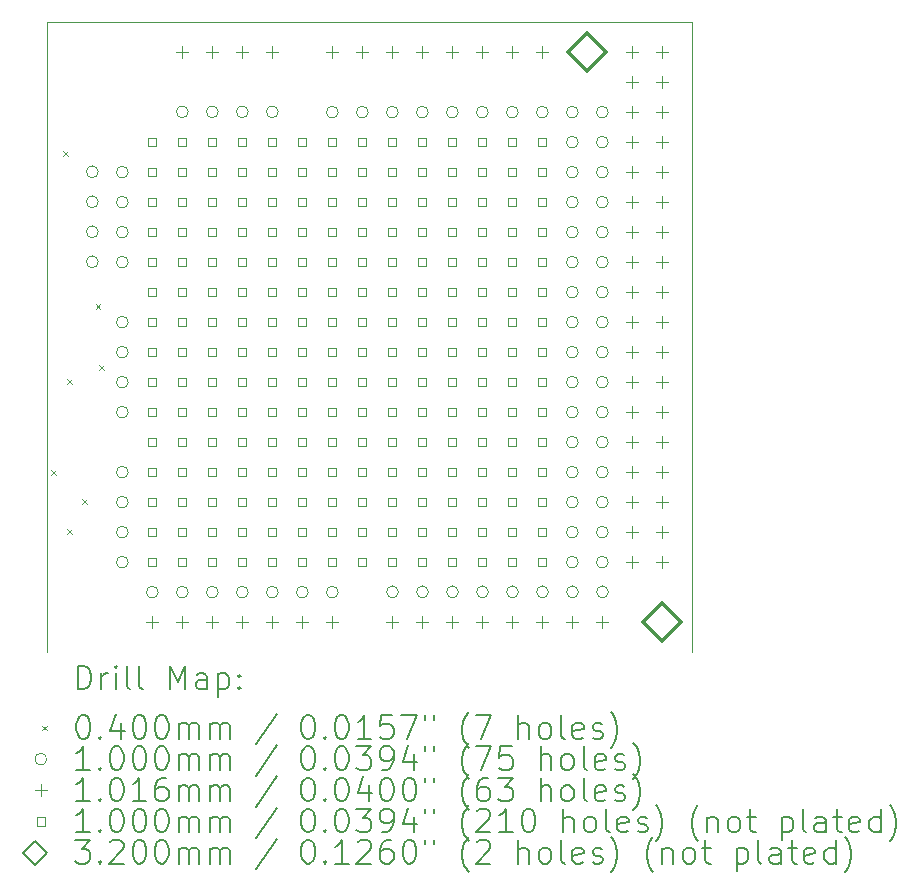
<source format=gbr>
%TF.GenerationSoftware,KiCad,Pcbnew,8.0.4*%
%TF.CreationDate,2025-02-28T20:51:48+01:00*%
%TF.ProjectId,Lochraster,4c6f6368-7261-4737-9465-722e6b696361,rev?*%
%TF.SameCoordinates,Original*%
%TF.FileFunction,Drillmap*%
%TF.FilePolarity,Positive*%
%FSLAX45Y45*%
G04 Gerber Fmt 4.5, Leading zero omitted, Abs format (unit mm)*
G04 Created by KiCad (PCBNEW 8.0.4) date 2025-02-28 20:51:48*
%MOMM*%
%LPD*%
G01*
G04 APERTURE LIST*
%ADD10C,0.100000*%
%ADD11C,0.200000*%
%ADD12C,0.101600*%
%ADD13C,0.320000*%
G04 APERTURE END LIST*
D10*
X15640300Y-5192000D02*
X15640300Y-10526000D01*
X21101300Y-10526000D02*
X21101300Y-5192000D01*
X21101300Y-5192000D02*
X15640300Y-5192000D01*
D11*
D10*
X15673300Y-8985000D02*
X15713300Y-9025000D01*
X15713300Y-8985000D02*
X15673300Y-9025000D01*
X15772700Y-6289600D02*
X15812700Y-6329600D01*
X15812700Y-6289600D02*
X15772700Y-6329600D01*
X15810750Y-8220000D02*
X15850750Y-8260000D01*
X15850750Y-8220000D02*
X15810750Y-8260000D01*
X15810800Y-9490000D02*
X15850800Y-9530000D01*
X15850800Y-9490000D02*
X15810800Y-9530000D01*
X15937800Y-9236000D02*
X15977800Y-9276000D01*
X15977800Y-9236000D02*
X15937800Y-9276000D01*
X16050700Y-7585000D02*
X16090700Y-7625000D01*
X16090700Y-7585000D02*
X16050700Y-7625000D01*
X16079068Y-8100050D02*
X16119068Y-8140050D01*
X16119068Y-8100050D02*
X16079068Y-8140050D01*
X16071300Y-6462000D02*
G75*
G02*
X15971300Y-6462000I-50000J0D01*
G01*
X15971300Y-6462000D02*
G75*
G02*
X16071300Y-6462000I50000J0D01*
G01*
X16071300Y-6716000D02*
G75*
G02*
X15971300Y-6716000I-50000J0D01*
G01*
X15971300Y-6716000D02*
G75*
G02*
X16071300Y-6716000I50000J0D01*
G01*
X16071300Y-6970000D02*
G75*
G02*
X15971300Y-6970000I-50000J0D01*
G01*
X15971300Y-6970000D02*
G75*
G02*
X16071300Y-6970000I50000J0D01*
G01*
X16071300Y-7224000D02*
G75*
G02*
X15971300Y-7224000I-50000J0D01*
G01*
X15971300Y-7224000D02*
G75*
G02*
X16071300Y-7224000I50000J0D01*
G01*
X16325300Y-6465000D02*
G75*
G02*
X16225300Y-6465000I-50000J0D01*
G01*
X16225300Y-6465000D02*
G75*
G02*
X16325300Y-6465000I50000J0D01*
G01*
X16325300Y-6719000D02*
G75*
G02*
X16225300Y-6719000I-50000J0D01*
G01*
X16225300Y-6719000D02*
G75*
G02*
X16325300Y-6719000I50000J0D01*
G01*
X16325300Y-6973000D02*
G75*
G02*
X16225300Y-6973000I-50000J0D01*
G01*
X16225300Y-6973000D02*
G75*
G02*
X16325300Y-6973000I50000J0D01*
G01*
X16325300Y-7227000D02*
G75*
G02*
X16225300Y-7227000I-50000J0D01*
G01*
X16225300Y-7227000D02*
G75*
G02*
X16325300Y-7227000I50000J0D01*
G01*
X16325300Y-7735000D02*
G75*
G02*
X16225300Y-7735000I-50000J0D01*
G01*
X16225300Y-7735000D02*
G75*
G02*
X16325300Y-7735000I50000J0D01*
G01*
X16325300Y-7989000D02*
G75*
G02*
X16225300Y-7989000I-50000J0D01*
G01*
X16225300Y-7989000D02*
G75*
G02*
X16325300Y-7989000I50000J0D01*
G01*
X16325300Y-8243000D02*
G75*
G02*
X16225300Y-8243000I-50000J0D01*
G01*
X16225300Y-8243000D02*
G75*
G02*
X16325300Y-8243000I50000J0D01*
G01*
X16325300Y-8497000D02*
G75*
G02*
X16225300Y-8497000I-50000J0D01*
G01*
X16225300Y-8497000D02*
G75*
G02*
X16325300Y-8497000I50000J0D01*
G01*
X16325300Y-9005000D02*
G75*
G02*
X16225300Y-9005000I-50000J0D01*
G01*
X16225300Y-9005000D02*
G75*
G02*
X16325300Y-9005000I50000J0D01*
G01*
X16325300Y-9259000D02*
G75*
G02*
X16225300Y-9259000I-50000J0D01*
G01*
X16225300Y-9259000D02*
G75*
G02*
X16325300Y-9259000I50000J0D01*
G01*
X16325300Y-9513000D02*
G75*
G02*
X16225300Y-9513000I-50000J0D01*
G01*
X16225300Y-9513000D02*
G75*
G02*
X16325300Y-9513000I50000J0D01*
G01*
X16325300Y-9767000D02*
G75*
G02*
X16225300Y-9767000I-50000J0D01*
G01*
X16225300Y-9767000D02*
G75*
G02*
X16325300Y-9767000I50000J0D01*
G01*
X16579300Y-10021000D02*
G75*
G02*
X16479300Y-10021000I-50000J0D01*
G01*
X16479300Y-10021000D02*
G75*
G02*
X16579300Y-10021000I50000J0D01*
G01*
X16833300Y-5954500D02*
G75*
G02*
X16733300Y-5954500I-50000J0D01*
G01*
X16733300Y-5954500D02*
G75*
G02*
X16833300Y-5954500I50000J0D01*
G01*
X16833300Y-10021000D02*
G75*
G02*
X16733300Y-10021000I-50000J0D01*
G01*
X16733300Y-10021000D02*
G75*
G02*
X16833300Y-10021000I50000J0D01*
G01*
X17087300Y-5954500D02*
G75*
G02*
X16987300Y-5954500I-50000J0D01*
G01*
X16987300Y-5954500D02*
G75*
G02*
X17087300Y-5954500I50000J0D01*
G01*
X17087300Y-10021000D02*
G75*
G02*
X16987300Y-10021000I-50000J0D01*
G01*
X16987300Y-10021000D02*
G75*
G02*
X17087300Y-10021000I50000J0D01*
G01*
X17341300Y-5954500D02*
G75*
G02*
X17241300Y-5954500I-50000J0D01*
G01*
X17241300Y-5954500D02*
G75*
G02*
X17341300Y-5954500I50000J0D01*
G01*
X17341300Y-10021000D02*
G75*
G02*
X17241300Y-10021000I-50000J0D01*
G01*
X17241300Y-10021000D02*
G75*
G02*
X17341300Y-10021000I50000J0D01*
G01*
X17595300Y-5954500D02*
G75*
G02*
X17495300Y-5954500I-50000J0D01*
G01*
X17495300Y-5954500D02*
G75*
G02*
X17595300Y-5954500I50000J0D01*
G01*
X17595300Y-10021000D02*
G75*
G02*
X17495300Y-10021000I-50000J0D01*
G01*
X17495300Y-10021000D02*
G75*
G02*
X17595300Y-10021000I50000J0D01*
G01*
X17849300Y-10021000D02*
G75*
G02*
X17749300Y-10021000I-50000J0D01*
G01*
X17749300Y-10021000D02*
G75*
G02*
X17849300Y-10021000I50000J0D01*
G01*
X18103300Y-5957000D02*
G75*
G02*
X18003300Y-5957000I-50000J0D01*
G01*
X18003300Y-5957000D02*
G75*
G02*
X18103300Y-5957000I50000J0D01*
G01*
X18103300Y-10021000D02*
G75*
G02*
X18003300Y-10021000I-50000J0D01*
G01*
X18003300Y-10021000D02*
G75*
G02*
X18103300Y-10021000I50000J0D01*
G01*
X18357300Y-5957000D02*
G75*
G02*
X18257300Y-5957000I-50000J0D01*
G01*
X18257300Y-5957000D02*
G75*
G02*
X18357300Y-5957000I50000J0D01*
G01*
X18611300Y-5957000D02*
G75*
G02*
X18511300Y-5957000I-50000J0D01*
G01*
X18511300Y-5957000D02*
G75*
G02*
X18611300Y-5957000I50000J0D01*
G01*
X18612800Y-10018500D02*
G75*
G02*
X18512800Y-10018500I-50000J0D01*
G01*
X18512800Y-10018500D02*
G75*
G02*
X18612800Y-10018500I50000J0D01*
G01*
X18865300Y-5957000D02*
G75*
G02*
X18765300Y-5957000I-50000J0D01*
G01*
X18765300Y-5957000D02*
G75*
G02*
X18865300Y-5957000I50000J0D01*
G01*
X18866800Y-10018500D02*
G75*
G02*
X18766800Y-10018500I-50000J0D01*
G01*
X18766800Y-10018500D02*
G75*
G02*
X18866800Y-10018500I50000J0D01*
G01*
X19119300Y-5957000D02*
G75*
G02*
X19019300Y-5957000I-50000J0D01*
G01*
X19019300Y-5957000D02*
G75*
G02*
X19119300Y-5957000I50000J0D01*
G01*
X19120800Y-10018500D02*
G75*
G02*
X19020800Y-10018500I-50000J0D01*
G01*
X19020800Y-10018500D02*
G75*
G02*
X19120800Y-10018500I50000J0D01*
G01*
X19373300Y-5957000D02*
G75*
G02*
X19273300Y-5957000I-50000J0D01*
G01*
X19273300Y-5957000D02*
G75*
G02*
X19373300Y-5957000I50000J0D01*
G01*
X19374800Y-10018500D02*
G75*
G02*
X19274800Y-10018500I-50000J0D01*
G01*
X19274800Y-10018500D02*
G75*
G02*
X19374800Y-10018500I50000J0D01*
G01*
X19627300Y-5957000D02*
G75*
G02*
X19527300Y-5957000I-50000J0D01*
G01*
X19527300Y-5957000D02*
G75*
G02*
X19627300Y-5957000I50000J0D01*
G01*
X19628800Y-10018500D02*
G75*
G02*
X19528800Y-10018500I-50000J0D01*
G01*
X19528800Y-10018500D02*
G75*
G02*
X19628800Y-10018500I50000J0D01*
G01*
X19881300Y-5957000D02*
G75*
G02*
X19781300Y-5957000I-50000J0D01*
G01*
X19781300Y-5957000D02*
G75*
G02*
X19881300Y-5957000I50000J0D01*
G01*
X19882800Y-10018500D02*
G75*
G02*
X19782800Y-10018500I-50000J0D01*
G01*
X19782800Y-10018500D02*
G75*
G02*
X19882800Y-10018500I50000J0D01*
G01*
X20135300Y-5957000D02*
G75*
G02*
X20035300Y-5957000I-50000J0D01*
G01*
X20035300Y-5957000D02*
G75*
G02*
X20135300Y-5957000I50000J0D01*
G01*
X20135300Y-6211000D02*
G75*
G02*
X20035300Y-6211000I-50000J0D01*
G01*
X20035300Y-6211000D02*
G75*
G02*
X20135300Y-6211000I50000J0D01*
G01*
X20135300Y-6465000D02*
G75*
G02*
X20035300Y-6465000I-50000J0D01*
G01*
X20035300Y-6465000D02*
G75*
G02*
X20135300Y-6465000I50000J0D01*
G01*
X20135300Y-6719000D02*
G75*
G02*
X20035300Y-6719000I-50000J0D01*
G01*
X20035300Y-6719000D02*
G75*
G02*
X20135300Y-6719000I50000J0D01*
G01*
X20135300Y-6973000D02*
G75*
G02*
X20035300Y-6973000I-50000J0D01*
G01*
X20035300Y-6973000D02*
G75*
G02*
X20135300Y-6973000I50000J0D01*
G01*
X20135300Y-7227000D02*
G75*
G02*
X20035300Y-7227000I-50000J0D01*
G01*
X20035300Y-7227000D02*
G75*
G02*
X20135300Y-7227000I50000J0D01*
G01*
X20135300Y-7481000D02*
G75*
G02*
X20035300Y-7481000I-50000J0D01*
G01*
X20035300Y-7481000D02*
G75*
G02*
X20135300Y-7481000I50000J0D01*
G01*
X20135300Y-7735000D02*
G75*
G02*
X20035300Y-7735000I-50000J0D01*
G01*
X20035300Y-7735000D02*
G75*
G02*
X20135300Y-7735000I50000J0D01*
G01*
X20135300Y-7989000D02*
G75*
G02*
X20035300Y-7989000I-50000J0D01*
G01*
X20035300Y-7989000D02*
G75*
G02*
X20135300Y-7989000I50000J0D01*
G01*
X20135300Y-8243000D02*
G75*
G02*
X20035300Y-8243000I-50000J0D01*
G01*
X20035300Y-8243000D02*
G75*
G02*
X20135300Y-8243000I50000J0D01*
G01*
X20135300Y-8497000D02*
G75*
G02*
X20035300Y-8497000I-50000J0D01*
G01*
X20035300Y-8497000D02*
G75*
G02*
X20135300Y-8497000I50000J0D01*
G01*
X20135300Y-8751000D02*
G75*
G02*
X20035300Y-8751000I-50000J0D01*
G01*
X20035300Y-8751000D02*
G75*
G02*
X20135300Y-8751000I50000J0D01*
G01*
X20135300Y-9005000D02*
G75*
G02*
X20035300Y-9005000I-50000J0D01*
G01*
X20035300Y-9005000D02*
G75*
G02*
X20135300Y-9005000I50000J0D01*
G01*
X20135300Y-9259000D02*
G75*
G02*
X20035300Y-9259000I-50000J0D01*
G01*
X20035300Y-9259000D02*
G75*
G02*
X20135300Y-9259000I50000J0D01*
G01*
X20135300Y-9513000D02*
G75*
G02*
X20035300Y-9513000I-50000J0D01*
G01*
X20035300Y-9513000D02*
G75*
G02*
X20135300Y-9513000I50000J0D01*
G01*
X20135300Y-9767000D02*
G75*
G02*
X20035300Y-9767000I-50000J0D01*
G01*
X20035300Y-9767000D02*
G75*
G02*
X20135300Y-9767000I50000J0D01*
G01*
X20136800Y-10018500D02*
G75*
G02*
X20036800Y-10018500I-50000J0D01*
G01*
X20036800Y-10018500D02*
G75*
G02*
X20136800Y-10018500I50000J0D01*
G01*
X20389300Y-5957000D02*
G75*
G02*
X20289300Y-5957000I-50000J0D01*
G01*
X20289300Y-5957000D02*
G75*
G02*
X20389300Y-5957000I50000J0D01*
G01*
X20389300Y-6211000D02*
G75*
G02*
X20289300Y-6211000I-50000J0D01*
G01*
X20289300Y-6211000D02*
G75*
G02*
X20389300Y-6211000I50000J0D01*
G01*
X20389300Y-6465000D02*
G75*
G02*
X20289300Y-6465000I-50000J0D01*
G01*
X20289300Y-6465000D02*
G75*
G02*
X20389300Y-6465000I50000J0D01*
G01*
X20389300Y-6719000D02*
G75*
G02*
X20289300Y-6719000I-50000J0D01*
G01*
X20289300Y-6719000D02*
G75*
G02*
X20389300Y-6719000I50000J0D01*
G01*
X20389300Y-6973000D02*
G75*
G02*
X20289300Y-6973000I-50000J0D01*
G01*
X20289300Y-6973000D02*
G75*
G02*
X20389300Y-6973000I50000J0D01*
G01*
X20389300Y-7227000D02*
G75*
G02*
X20289300Y-7227000I-50000J0D01*
G01*
X20289300Y-7227000D02*
G75*
G02*
X20389300Y-7227000I50000J0D01*
G01*
X20389300Y-7481000D02*
G75*
G02*
X20289300Y-7481000I-50000J0D01*
G01*
X20289300Y-7481000D02*
G75*
G02*
X20389300Y-7481000I50000J0D01*
G01*
X20389300Y-7735000D02*
G75*
G02*
X20289300Y-7735000I-50000J0D01*
G01*
X20289300Y-7735000D02*
G75*
G02*
X20389300Y-7735000I50000J0D01*
G01*
X20389300Y-7989000D02*
G75*
G02*
X20289300Y-7989000I-50000J0D01*
G01*
X20289300Y-7989000D02*
G75*
G02*
X20389300Y-7989000I50000J0D01*
G01*
X20389300Y-8243000D02*
G75*
G02*
X20289300Y-8243000I-50000J0D01*
G01*
X20289300Y-8243000D02*
G75*
G02*
X20389300Y-8243000I50000J0D01*
G01*
X20389300Y-8497000D02*
G75*
G02*
X20289300Y-8497000I-50000J0D01*
G01*
X20289300Y-8497000D02*
G75*
G02*
X20389300Y-8497000I50000J0D01*
G01*
X20389300Y-8751000D02*
G75*
G02*
X20289300Y-8751000I-50000J0D01*
G01*
X20289300Y-8751000D02*
G75*
G02*
X20389300Y-8751000I50000J0D01*
G01*
X20389300Y-9005000D02*
G75*
G02*
X20289300Y-9005000I-50000J0D01*
G01*
X20289300Y-9005000D02*
G75*
G02*
X20389300Y-9005000I50000J0D01*
G01*
X20389300Y-9259000D02*
G75*
G02*
X20289300Y-9259000I-50000J0D01*
G01*
X20289300Y-9259000D02*
G75*
G02*
X20389300Y-9259000I50000J0D01*
G01*
X20389300Y-9513000D02*
G75*
G02*
X20289300Y-9513000I-50000J0D01*
G01*
X20289300Y-9513000D02*
G75*
G02*
X20389300Y-9513000I50000J0D01*
G01*
X20389300Y-9767000D02*
G75*
G02*
X20289300Y-9767000I-50000J0D01*
G01*
X20289300Y-9767000D02*
G75*
G02*
X20389300Y-9767000I50000J0D01*
G01*
X20390800Y-10018500D02*
G75*
G02*
X20290800Y-10018500I-50000J0D01*
G01*
X20290800Y-10018500D02*
G75*
G02*
X20390800Y-10018500I50000J0D01*
G01*
D12*
X16529300Y-10221200D02*
X16529300Y-10322800D01*
X16478500Y-10272000D02*
X16580100Y-10272000D01*
X16783300Y-5395200D02*
X16783300Y-5496800D01*
X16732500Y-5446000D02*
X16834100Y-5446000D01*
X16783300Y-10221200D02*
X16783300Y-10322800D01*
X16732500Y-10272000D02*
X16834100Y-10272000D01*
X17037300Y-5395200D02*
X17037300Y-5496800D01*
X16986500Y-5446000D02*
X17088100Y-5446000D01*
X17037300Y-10221200D02*
X17037300Y-10322800D01*
X16986500Y-10272000D02*
X17088100Y-10272000D01*
X17291300Y-5395200D02*
X17291300Y-5496800D01*
X17240500Y-5446000D02*
X17342100Y-5446000D01*
X17291300Y-10221200D02*
X17291300Y-10322800D01*
X17240500Y-10272000D02*
X17342100Y-10272000D01*
X17545300Y-5395200D02*
X17545300Y-5496800D01*
X17494500Y-5446000D02*
X17596100Y-5446000D01*
X17545300Y-10221200D02*
X17545300Y-10322800D01*
X17494500Y-10272000D02*
X17596100Y-10272000D01*
X17799300Y-10221200D02*
X17799300Y-10322800D01*
X17748500Y-10272000D02*
X17850100Y-10272000D01*
X18053300Y-5395200D02*
X18053300Y-5496800D01*
X18002500Y-5446000D02*
X18104100Y-5446000D01*
X18053300Y-10221200D02*
X18053300Y-10322800D01*
X18002500Y-10272000D02*
X18104100Y-10272000D01*
X18307300Y-5395200D02*
X18307300Y-5496800D01*
X18256500Y-5446000D02*
X18358100Y-5446000D01*
X18561300Y-5395200D02*
X18561300Y-5496800D01*
X18510500Y-5446000D02*
X18612100Y-5446000D01*
X18561300Y-10221200D02*
X18561300Y-10322800D01*
X18510500Y-10272000D02*
X18612100Y-10272000D01*
X18815300Y-5395200D02*
X18815300Y-5496800D01*
X18764500Y-5446000D02*
X18866100Y-5446000D01*
X18815300Y-10221200D02*
X18815300Y-10322800D01*
X18764500Y-10272000D02*
X18866100Y-10272000D01*
X19069300Y-5395200D02*
X19069300Y-5496800D01*
X19018500Y-5446000D02*
X19120100Y-5446000D01*
X19069300Y-10221200D02*
X19069300Y-10322800D01*
X19018500Y-10272000D02*
X19120100Y-10272000D01*
X19323300Y-5395200D02*
X19323300Y-5496800D01*
X19272500Y-5446000D02*
X19374100Y-5446000D01*
X19323300Y-10221200D02*
X19323300Y-10322800D01*
X19272500Y-10272000D02*
X19374100Y-10272000D01*
X19577300Y-5395200D02*
X19577300Y-5496800D01*
X19526500Y-5446000D02*
X19628100Y-5446000D01*
X19577300Y-10221200D02*
X19577300Y-10322800D01*
X19526500Y-10272000D02*
X19628100Y-10272000D01*
X19831300Y-5395200D02*
X19831300Y-5496800D01*
X19780500Y-5446000D02*
X19882100Y-5446000D01*
X19831300Y-10221200D02*
X19831300Y-10322800D01*
X19780500Y-10272000D02*
X19882100Y-10272000D01*
X20085300Y-10221200D02*
X20085300Y-10322800D01*
X20034500Y-10272000D02*
X20136100Y-10272000D01*
X20339300Y-10221200D02*
X20339300Y-10322800D01*
X20288500Y-10272000D02*
X20390100Y-10272000D01*
X20593300Y-5395200D02*
X20593300Y-5496800D01*
X20542500Y-5446000D02*
X20644100Y-5446000D01*
X20593300Y-5649200D02*
X20593300Y-5750800D01*
X20542500Y-5700000D02*
X20644100Y-5700000D01*
X20593300Y-5903200D02*
X20593300Y-6004800D01*
X20542500Y-5954000D02*
X20644100Y-5954000D01*
X20593300Y-6157200D02*
X20593300Y-6258800D01*
X20542500Y-6208000D02*
X20644100Y-6208000D01*
X20593300Y-6411200D02*
X20593300Y-6512800D01*
X20542500Y-6462000D02*
X20644100Y-6462000D01*
X20593300Y-6665200D02*
X20593300Y-6766800D01*
X20542500Y-6716000D02*
X20644100Y-6716000D01*
X20593300Y-6919200D02*
X20593300Y-7020800D01*
X20542500Y-6970000D02*
X20644100Y-6970000D01*
X20593300Y-7173200D02*
X20593300Y-7274800D01*
X20542500Y-7224000D02*
X20644100Y-7224000D01*
X20593300Y-7427200D02*
X20593300Y-7528800D01*
X20542500Y-7478000D02*
X20644100Y-7478000D01*
X20593300Y-7681200D02*
X20593300Y-7782800D01*
X20542500Y-7732000D02*
X20644100Y-7732000D01*
X20593300Y-7935200D02*
X20593300Y-8036800D01*
X20542500Y-7986000D02*
X20644100Y-7986000D01*
X20593300Y-8189200D02*
X20593300Y-8290800D01*
X20542500Y-8240000D02*
X20644100Y-8240000D01*
X20593300Y-8443200D02*
X20593300Y-8544800D01*
X20542500Y-8494000D02*
X20644100Y-8494000D01*
X20593300Y-8697200D02*
X20593300Y-8798800D01*
X20542500Y-8748000D02*
X20644100Y-8748000D01*
X20593300Y-8951200D02*
X20593300Y-9052800D01*
X20542500Y-9002000D02*
X20644100Y-9002000D01*
X20593300Y-9205200D02*
X20593300Y-9306800D01*
X20542500Y-9256000D02*
X20644100Y-9256000D01*
X20593300Y-9459200D02*
X20593300Y-9560800D01*
X20542500Y-9510000D02*
X20644100Y-9510000D01*
X20593300Y-9713200D02*
X20593300Y-9814800D01*
X20542500Y-9764000D02*
X20644100Y-9764000D01*
X20847300Y-5395200D02*
X20847300Y-5496800D01*
X20796500Y-5446000D02*
X20898100Y-5446000D01*
X20847300Y-5649200D02*
X20847300Y-5750800D01*
X20796500Y-5700000D02*
X20898100Y-5700000D01*
X20847300Y-5903200D02*
X20847300Y-6004800D01*
X20796500Y-5954000D02*
X20898100Y-5954000D01*
X20847300Y-6157200D02*
X20847300Y-6258800D01*
X20796500Y-6208000D02*
X20898100Y-6208000D01*
X20847300Y-6411200D02*
X20847300Y-6512800D01*
X20796500Y-6462000D02*
X20898100Y-6462000D01*
X20847300Y-6665200D02*
X20847300Y-6766800D01*
X20796500Y-6716000D02*
X20898100Y-6716000D01*
X20847300Y-6919200D02*
X20847300Y-7020800D01*
X20796500Y-6970000D02*
X20898100Y-6970000D01*
X20847300Y-7173200D02*
X20847300Y-7274800D01*
X20796500Y-7224000D02*
X20898100Y-7224000D01*
X20847300Y-7427200D02*
X20847300Y-7528800D01*
X20796500Y-7478000D02*
X20898100Y-7478000D01*
X20847300Y-7681200D02*
X20847300Y-7782800D01*
X20796500Y-7732000D02*
X20898100Y-7732000D01*
X20847300Y-7935200D02*
X20847300Y-8036800D01*
X20796500Y-7986000D02*
X20898100Y-7986000D01*
X20847300Y-8189200D02*
X20847300Y-8290800D01*
X20796500Y-8240000D02*
X20898100Y-8240000D01*
X20847300Y-8443200D02*
X20847300Y-8544800D01*
X20796500Y-8494000D02*
X20898100Y-8494000D01*
X20847300Y-8697200D02*
X20847300Y-8798800D01*
X20796500Y-8748000D02*
X20898100Y-8748000D01*
X20847300Y-8951200D02*
X20847300Y-9052800D01*
X20796500Y-9002000D02*
X20898100Y-9002000D01*
X20847300Y-9205200D02*
X20847300Y-9306800D01*
X20796500Y-9256000D02*
X20898100Y-9256000D01*
X20847300Y-9459200D02*
X20847300Y-9560800D01*
X20796500Y-9510000D02*
X20898100Y-9510000D01*
X20847300Y-9713200D02*
X20847300Y-9814800D01*
X20796500Y-9764000D02*
X20898100Y-9764000D01*
D10*
X16564656Y-6243356D02*
X16564656Y-6172644D01*
X16493944Y-6172644D01*
X16493944Y-6243356D01*
X16564656Y-6243356D01*
X16564656Y-6497356D02*
X16564656Y-6426644D01*
X16493944Y-6426644D01*
X16493944Y-6497356D01*
X16564656Y-6497356D01*
X16564656Y-6751356D02*
X16564656Y-6680644D01*
X16493944Y-6680644D01*
X16493944Y-6751356D01*
X16564656Y-6751356D01*
X16564656Y-7005356D02*
X16564656Y-6934644D01*
X16493944Y-6934644D01*
X16493944Y-7005356D01*
X16564656Y-7005356D01*
X16564656Y-7259356D02*
X16564656Y-7188644D01*
X16493944Y-7188644D01*
X16493944Y-7259356D01*
X16564656Y-7259356D01*
X16564656Y-7513356D02*
X16564656Y-7442644D01*
X16493944Y-7442644D01*
X16493944Y-7513356D01*
X16564656Y-7513356D01*
X16564656Y-7767356D02*
X16564656Y-7696644D01*
X16493944Y-7696644D01*
X16493944Y-7767356D01*
X16564656Y-7767356D01*
X16564656Y-8021356D02*
X16564656Y-7950644D01*
X16493944Y-7950644D01*
X16493944Y-8021356D01*
X16564656Y-8021356D01*
X16564656Y-8275356D02*
X16564656Y-8204644D01*
X16493944Y-8204644D01*
X16493944Y-8275356D01*
X16564656Y-8275356D01*
X16564656Y-8529356D02*
X16564656Y-8458644D01*
X16493944Y-8458644D01*
X16493944Y-8529356D01*
X16564656Y-8529356D01*
X16564656Y-8783356D02*
X16564656Y-8712644D01*
X16493944Y-8712644D01*
X16493944Y-8783356D01*
X16564656Y-8783356D01*
X16564656Y-9037356D02*
X16564656Y-8966644D01*
X16493944Y-8966644D01*
X16493944Y-9037356D01*
X16564656Y-9037356D01*
X16564656Y-9291356D02*
X16564656Y-9220644D01*
X16493944Y-9220644D01*
X16493944Y-9291356D01*
X16564656Y-9291356D01*
X16564656Y-9545356D02*
X16564656Y-9474644D01*
X16493944Y-9474644D01*
X16493944Y-9545356D01*
X16564656Y-9545356D01*
X16564656Y-9799356D02*
X16564656Y-9728644D01*
X16493944Y-9728644D01*
X16493944Y-9799356D01*
X16564656Y-9799356D01*
X16818656Y-6243356D02*
X16818656Y-6172644D01*
X16747944Y-6172644D01*
X16747944Y-6243356D01*
X16818656Y-6243356D01*
X16818656Y-6497356D02*
X16818656Y-6426644D01*
X16747944Y-6426644D01*
X16747944Y-6497356D01*
X16818656Y-6497356D01*
X16818656Y-6751356D02*
X16818656Y-6680644D01*
X16747944Y-6680644D01*
X16747944Y-6751356D01*
X16818656Y-6751356D01*
X16818656Y-7005356D02*
X16818656Y-6934644D01*
X16747944Y-6934644D01*
X16747944Y-7005356D01*
X16818656Y-7005356D01*
X16818656Y-7259356D02*
X16818656Y-7188644D01*
X16747944Y-7188644D01*
X16747944Y-7259356D01*
X16818656Y-7259356D01*
X16818656Y-7513356D02*
X16818656Y-7442644D01*
X16747944Y-7442644D01*
X16747944Y-7513356D01*
X16818656Y-7513356D01*
X16818656Y-7767356D02*
X16818656Y-7696644D01*
X16747944Y-7696644D01*
X16747944Y-7767356D01*
X16818656Y-7767356D01*
X16818656Y-8021356D02*
X16818656Y-7950644D01*
X16747944Y-7950644D01*
X16747944Y-8021356D01*
X16818656Y-8021356D01*
X16818656Y-8275356D02*
X16818656Y-8204644D01*
X16747944Y-8204644D01*
X16747944Y-8275356D01*
X16818656Y-8275356D01*
X16818656Y-8529356D02*
X16818656Y-8458644D01*
X16747944Y-8458644D01*
X16747944Y-8529356D01*
X16818656Y-8529356D01*
X16818656Y-8783356D02*
X16818656Y-8712644D01*
X16747944Y-8712644D01*
X16747944Y-8783356D01*
X16818656Y-8783356D01*
X16818656Y-9037356D02*
X16818656Y-8966644D01*
X16747944Y-8966644D01*
X16747944Y-9037356D01*
X16818656Y-9037356D01*
X16818656Y-9291356D02*
X16818656Y-9220644D01*
X16747944Y-9220644D01*
X16747944Y-9291356D01*
X16818656Y-9291356D01*
X16818656Y-9545356D02*
X16818656Y-9474644D01*
X16747944Y-9474644D01*
X16747944Y-9545356D01*
X16818656Y-9545356D01*
X16818656Y-9799356D02*
X16818656Y-9728644D01*
X16747944Y-9728644D01*
X16747944Y-9799356D01*
X16818656Y-9799356D01*
X17072656Y-6243356D02*
X17072656Y-6172644D01*
X17001944Y-6172644D01*
X17001944Y-6243356D01*
X17072656Y-6243356D01*
X17072656Y-6497356D02*
X17072656Y-6426644D01*
X17001944Y-6426644D01*
X17001944Y-6497356D01*
X17072656Y-6497356D01*
X17072656Y-6751356D02*
X17072656Y-6680644D01*
X17001944Y-6680644D01*
X17001944Y-6751356D01*
X17072656Y-6751356D01*
X17072656Y-7005356D02*
X17072656Y-6934644D01*
X17001944Y-6934644D01*
X17001944Y-7005356D01*
X17072656Y-7005356D01*
X17072656Y-7259356D02*
X17072656Y-7188644D01*
X17001944Y-7188644D01*
X17001944Y-7259356D01*
X17072656Y-7259356D01*
X17072656Y-7513356D02*
X17072656Y-7442644D01*
X17001944Y-7442644D01*
X17001944Y-7513356D01*
X17072656Y-7513356D01*
X17072656Y-7767356D02*
X17072656Y-7696644D01*
X17001944Y-7696644D01*
X17001944Y-7767356D01*
X17072656Y-7767356D01*
X17072656Y-8021356D02*
X17072656Y-7950644D01*
X17001944Y-7950644D01*
X17001944Y-8021356D01*
X17072656Y-8021356D01*
X17072656Y-8275356D02*
X17072656Y-8204644D01*
X17001944Y-8204644D01*
X17001944Y-8275356D01*
X17072656Y-8275356D01*
X17072656Y-8529356D02*
X17072656Y-8458644D01*
X17001944Y-8458644D01*
X17001944Y-8529356D01*
X17072656Y-8529356D01*
X17072656Y-8783356D02*
X17072656Y-8712644D01*
X17001944Y-8712644D01*
X17001944Y-8783356D01*
X17072656Y-8783356D01*
X17072656Y-9037356D02*
X17072656Y-8966644D01*
X17001944Y-8966644D01*
X17001944Y-9037356D01*
X17072656Y-9037356D01*
X17072656Y-9291356D02*
X17072656Y-9220644D01*
X17001944Y-9220644D01*
X17001944Y-9291356D01*
X17072656Y-9291356D01*
X17072656Y-9545356D02*
X17072656Y-9474644D01*
X17001944Y-9474644D01*
X17001944Y-9545356D01*
X17072656Y-9545356D01*
X17072656Y-9799356D02*
X17072656Y-9728644D01*
X17001944Y-9728644D01*
X17001944Y-9799356D01*
X17072656Y-9799356D01*
X17326656Y-6243356D02*
X17326656Y-6172644D01*
X17255944Y-6172644D01*
X17255944Y-6243356D01*
X17326656Y-6243356D01*
X17326656Y-6497356D02*
X17326656Y-6426644D01*
X17255944Y-6426644D01*
X17255944Y-6497356D01*
X17326656Y-6497356D01*
X17326656Y-6751356D02*
X17326656Y-6680644D01*
X17255944Y-6680644D01*
X17255944Y-6751356D01*
X17326656Y-6751356D01*
X17326656Y-7005356D02*
X17326656Y-6934644D01*
X17255944Y-6934644D01*
X17255944Y-7005356D01*
X17326656Y-7005356D01*
X17326656Y-7259356D02*
X17326656Y-7188644D01*
X17255944Y-7188644D01*
X17255944Y-7259356D01*
X17326656Y-7259356D01*
X17326656Y-7513356D02*
X17326656Y-7442644D01*
X17255944Y-7442644D01*
X17255944Y-7513356D01*
X17326656Y-7513356D01*
X17326656Y-7767356D02*
X17326656Y-7696644D01*
X17255944Y-7696644D01*
X17255944Y-7767356D01*
X17326656Y-7767356D01*
X17326656Y-8021356D02*
X17326656Y-7950644D01*
X17255944Y-7950644D01*
X17255944Y-8021356D01*
X17326656Y-8021356D01*
X17326656Y-8275356D02*
X17326656Y-8204644D01*
X17255944Y-8204644D01*
X17255944Y-8275356D01*
X17326656Y-8275356D01*
X17326656Y-8529356D02*
X17326656Y-8458644D01*
X17255944Y-8458644D01*
X17255944Y-8529356D01*
X17326656Y-8529356D01*
X17326656Y-8783356D02*
X17326656Y-8712644D01*
X17255944Y-8712644D01*
X17255944Y-8783356D01*
X17326656Y-8783356D01*
X17326656Y-9037356D02*
X17326656Y-8966644D01*
X17255944Y-8966644D01*
X17255944Y-9037356D01*
X17326656Y-9037356D01*
X17326656Y-9291356D02*
X17326656Y-9220644D01*
X17255944Y-9220644D01*
X17255944Y-9291356D01*
X17326656Y-9291356D01*
X17326656Y-9545356D02*
X17326656Y-9474644D01*
X17255944Y-9474644D01*
X17255944Y-9545356D01*
X17326656Y-9545356D01*
X17326656Y-9799356D02*
X17326656Y-9728644D01*
X17255944Y-9728644D01*
X17255944Y-9799356D01*
X17326656Y-9799356D01*
X17580656Y-6243356D02*
X17580656Y-6172644D01*
X17509944Y-6172644D01*
X17509944Y-6243356D01*
X17580656Y-6243356D01*
X17580656Y-6497356D02*
X17580656Y-6426644D01*
X17509944Y-6426644D01*
X17509944Y-6497356D01*
X17580656Y-6497356D01*
X17580656Y-6751356D02*
X17580656Y-6680644D01*
X17509944Y-6680644D01*
X17509944Y-6751356D01*
X17580656Y-6751356D01*
X17580656Y-7005356D02*
X17580656Y-6934644D01*
X17509944Y-6934644D01*
X17509944Y-7005356D01*
X17580656Y-7005356D01*
X17580656Y-7259356D02*
X17580656Y-7188644D01*
X17509944Y-7188644D01*
X17509944Y-7259356D01*
X17580656Y-7259356D01*
X17580656Y-7513356D02*
X17580656Y-7442644D01*
X17509944Y-7442644D01*
X17509944Y-7513356D01*
X17580656Y-7513356D01*
X17580656Y-7767356D02*
X17580656Y-7696644D01*
X17509944Y-7696644D01*
X17509944Y-7767356D01*
X17580656Y-7767356D01*
X17580656Y-8021356D02*
X17580656Y-7950644D01*
X17509944Y-7950644D01*
X17509944Y-8021356D01*
X17580656Y-8021356D01*
X17580656Y-8275356D02*
X17580656Y-8204644D01*
X17509944Y-8204644D01*
X17509944Y-8275356D01*
X17580656Y-8275356D01*
X17580656Y-8529356D02*
X17580656Y-8458644D01*
X17509944Y-8458644D01*
X17509944Y-8529356D01*
X17580656Y-8529356D01*
X17580656Y-8783356D02*
X17580656Y-8712644D01*
X17509944Y-8712644D01*
X17509944Y-8783356D01*
X17580656Y-8783356D01*
X17580656Y-9037356D02*
X17580656Y-8966644D01*
X17509944Y-8966644D01*
X17509944Y-9037356D01*
X17580656Y-9037356D01*
X17580656Y-9291356D02*
X17580656Y-9220644D01*
X17509944Y-9220644D01*
X17509944Y-9291356D01*
X17580656Y-9291356D01*
X17580656Y-9545356D02*
X17580656Y-9474644D01*
X17509944Y-9474644D01*
X17509944Y-9545356D01*
X17580656Y-9545356D01*
X17580656Y-9799356D02*
X17580656Y-9728644D01*
X17509944Y-9728644D01*
X17509944Y-9799356D01*
X17580656Y-9799356D01*
X17834656Y-6243356D02*
X17834656Y-6172644D01*
X17763944Y-6172644D01*
X17763944Y-6243356D01*
X17834656Y-6243356D01*
X17834656Y-6497356D02*
X17834656Y-6426644D01*
X17763944Y-6426644D01*
X17763944Y-6497356D01*
X17834656Y-6497356D01*
X17834656Y-6751356D02*
X17834656Y-6680644D01*
X17763944Y-6680644D01*
X17763944Y-6751356D01*
X17834656Y-6751356D01*
X17834656Y-7005356D02*
X17834656Y-6934644D01*
X17763944Y-6934644D01*
X17763944Y-7005356D01*
X17834656Y-7005356D01*
X17834656Y-7259356D02*
X17834656Y-7188644D01*
X17763944Y-7188644D01*
X17763944Y-7259356D01*
X17834656Y-7259356D01*
X17834656Y-7513356D02*
X17834656Y-7442644D01*
X17763944Y-7442644D01*
X17763944Y-7513356D01*
X17834656Y-7513356D01*
X17834656Y-7767356D02*
X17834656Y-7696644D01*
X17763944Y-7696644D01*
X17763944Y-7767356D01*
X17834656Y-7767356D01*
X17834656Y-8021356D02*
X17834656Y-7950644D01*
X17763944Y-7950644D01*
X17763944Y-8021356D01*
X17834656Y-8021356D01*
X17834656Y-8275356D02*
X17834656Y-8204644D01*
X17763944Y-8204644D01*
X17763944Y-8275356D01*
X17834656Y-8275356D01*
X17834656Y-8529356D02*
X17834656Y-8458644D01*
X17763944Y-8458644D01*
X17763944Y-8529356D01*
X17834656Y-8529356D01*
X17834656Y-8783356D02*
X17834656Y-8712644D01*
X17763944Y-8712644D01*
X17763944Y-8783356D01*
X17834656Y-8783356D01*
X17834656Y-9037356D02*
X17834656Y-8966644D01*
X17763944Y-8966644D01*
X17763944Y-9037356D01*
X17834656Y-9037356D01*
X17834656Y-9291356D02*
X17834656Y-9220644D01*
X17763944Y-9220644D01*
X17763944Y-9291356D01*
X17834656Y-9291356D01*
X17834656Y-9545356D02*
X17834656Y-9474644D01*
X17763944Y-9474644D01*
X17763944Y-9545356D01*
X17834656Y-9545356D01*
X17834656Y-9799356D02*
X17834656Y-9728644D01*
X17763944Y-9728644D01*
X17763944Y-9799356D01*
X17834656Y-9799356D01*
X18088656Y-6243356D02*
X18088656Y-6172644D01*
X18017944Y-6172644D01*
X18017944Y-6243356D01*
X18088656Y-6243356D01*
X18088656Y-6497356D02*
X18088656Y-6426644D01*
X18017944Y-6426644D01*
X18017944Y-6497356D01*
X18088656Y-6497356D01*
X18088656Y-6751356D02*
X18088656Y-6680644D01*
X18017944Y-6680644D01*
X18017944Y-6751356D01*
X18088656Y-6751356D01*
X18088656Y-7005356D02*
X18088656Y-6934644D01*
X18017944Y-6934644D01*
X18017944Y-7005356D01*
X18088656Y-7005356D01*
X18088656Y-7259356D02*
X18088656Y-7188644D01*
X18017944Y-7188644D01*
X18017944Y-7259356D01*
X18088656Y-7259356D01*
X18088656Y-7513356D02*
X18088656Y-7442644D01*
X18017944Y-7442644D01*
X18017944Y-7513356D01*
X18088656Y-7513356D01*
X18088656Y-7767356D02*
X18088656Y-7696644D01*
X18017944Y-7696644D01*
X18017944Y-7767356D01*
X18088656Y-7767356D01*
X18088656Y-8021356D02*
X18088656Y-7950644D01*
X18017944Y-7950644D01*
X18017944Y-8021356D01*
X18088656Y-8021356D01*
X18088656Y-8275356D02*
X18088656Y-8204644D01*
X18017944Y-8204644D01*
X18017944Y-8275356D01*
X18088656Y-8275356D01*
X18088656Y-8529356D02*
X18088656Y-8458644D01*
X18017944Y-8458644D01*
X18017944Y-8529356D01*
X18088656Y-8529356D01*
X18088656Y-8783356D02*
X18088656Y-8712644D01*
X18017944Y-8712644D01*
X18017944Y-8783356D01*
X18088656Y-8783356D01*
X18088656Y-9037356D02*
X18088656Y-8966644D01*
X18017944Y-8966644D01*
X18017944Y-9037356D01*
X18088656Y-9037356D01*
X18088656Y-9291356D02*
X18088656Y-9220644D01*
X18017944Y-9220644D01*
X18017944Y-9291356D01*
X18088656Y-9291356D01*
X18088656Y-9545356D02*
X18088656Y-9474644D01*
X18017944Y-9474644D01*
X18017944Y-9545356D01*
X18088656Y-9545356D01*
X18088656Y-9799356D02*
X18088656Y-9728644D01*
X18017944Y-9728644D01*
X18017944Y-9799356D01*
X18088656Y-9799356D01*
X18342656Y-6243356D02*
X18342656Y-6172644D01*
X18271944Y-6172644D01*
X18271944Y-6243356D01*
X18342656Y-6243356D01*
X18342656Y-6497356D02*
X18342656Y-6426644D01*
X18271944Y-6426644D01*
X18271944Y-6497356D01*
X18342656Y-6497356D01*
X18342656Y-6751356D02*
X18342656Y-6680644D01*
X18271944Y-6680644D01*
X18271944Y-6751356D01*
X18342656Y-6751356D01*
X18342656Y-7005356D02*
X18342656Y-6934644D01*
X18271944Y-6934644D01*
X18271944Y-7005356D01*
X18342656Y-7005356D01*
X18342656Y-7259356D02*
X18342656Y-7188644D01*
X18271944Y-7188644D01*
X18271944Y-7259356D01*
X18342656Y-7259356D01*
X18342656Y-7513356D02*
X18342656Y-7442644D01*
X18271944Y-7442644D01*
X18271944Y-7513356D01*
X18342656Y-7513356D01*
X18342656Y-7767356D02*
X18342656Y-7696644D01*
X18271944Y-7696644D01*
X18271944Y-7767356D01*
X18342656Y-7767356D01*
X18342656Y-8021356D02*
X18342656Y-7950644D01*
X18271944Y-7950644D01*
X18271944Y-8021356D01*
X18342656Y-8021356D01*
X18342656Y-8275356D02*
X18342656Y-8204644D01*
X18271944Y-8204644D01*
X18271944Y-8275356D01*
X18342656Y-8275356D01*
X18342656Y-8529356D02*
X18342656Y-8458644D01*
X18271944Y-8458644D01*
X18271944Y-8529356D01*
X18342656Y-8529356D01*
X18342656Y-8783356D02*
X18342656Y-8712644D01*
X18271944Y-8712644D01*
X18271944Y-8783356D01*
X18342656Y-8783356D01*
X18342656Y-9037356D02*
X18342656Y-8966644D01*
X18271944Y-8966644D01*
X18271944Y-9037356D01*
X18342656Y-9037356D01*
X18342656Y-9291356D02*
X18342656Y-9220644D01*
X18271944Y-9220644D01*
X18271944Y-9291356D01*
X18342656Y-9291356D01*
X18342656Y-9545356D02*
X18342656Y-9474644D01*
X18271944Y-9474644D01*
X18271944Y-9545356D01*
X18342656Y-9545356D01*
X18342656Y-9799356D02*
X18342656Y-9728644D01*
X18271944Y-9728644D01*
X18271944Y-9799356D01*
X18342656Y-9799356D01*
X18596656Y-6243356D02*
X18596656Y-6172644D01*
X18525944Y-6172644D01*
X18525944Y-6243356D01*
X18596656Y-6243356D01*
X18596656Y-6497356D02*
X18596656Y-6426644D01*
X18525944Y-6426644D01*
X18525944Y-6497356D01*
X18596656Y-6497356D01*
X18596656Y-6751356D02*
X18596656Y-6680644D01*
X18525944Y-6680644D01*
X18525944Y-6751356D01*
X18596656Y-6751356D01*
X18596656Y-7005356D02*
X18596656Y-6934644D01*
X18525944Y-6934644D01*
X18525944Y-7005356D01*
X18596656Y-7005356D01*
X18596656Y-7259356D02*
X18596656Y-7188644D01*
X18525944Y-7188644D01*
X18525944Y-7259356D01*
X18596656Y-7259356D01*
X18596656Y-7513356D02*
X18596656Y-7442644D01*
X18525944Y-7442644D01*
X18525944Y-7513356D01*
X18596656Y-7513356D01*
X18596656Y-7767356D02*
X18596656Y-7696644D01*
X18525944Y-7696644D01*
X18525944Y-7767356D01*
X18596656Y-7767356D01*
X18596656Y-8021356D02*
X18596656Y-7950644D01*
X18525944Y-7950644D01*
X18525944Y-8021356D01*
X18596656Y-8021356D01*
X18596656Y-8275356D02*
X18596656Y-8204644D01*
X18525944Y-8204644D01*
X18525944Y-8275356D01*
X18596656Y-8275356D01*
X18596656Y-8529356D02*
X18596656Y-8458644D01*
X18525944Y-8458644D01*
X18525944Y-8529356D01*
X18596656Y-8529356D01*
X18596656Y-8783356D02*
X18596656Y-8712644D01*
X18525944Y-8712644D01*
X18525944Y-8783356D01*
X18596656Y-8783356D01*
X18596656Y-9037356D02*
X18596656Y-8966644D01*
X18525944Y-8966644D01*
X18525944Y-9037356D01*
X18596656Y-9037356D01*
X18596656Y-9291356D02*
X18596656Y-9220644D01*
X18525944Y-9220644D01*
X18525944Y-9291356D01*
X18596656Y-9291356D01*
X18596656Y-9545356D02*
X18596656Y-9474644D01*
X18525944Y-9474644D01*
X18525944Y-9545356D01*
X18596656Y-9545356D01*
X18596656Y-9799356D02*
X18596656Y-9728644D01*
X18525944Y-9728644D01*
X18525944Y-9799356D01*
X18596656Y-9799356D01*
X18850656Y-6243356D02*
X18850656Y-6172644D01*
X18779944Y-6172644D01*
X18779944Y-6243356D01*
X18850656Y-6243356D01*
X18850656Y-6497356D02*
X18850656Y-6426644D01*
X18779944Y-6426644D01*
X18779944Y-6497356D01*
X18850656Y-6497356D01*
X18850656Y-6751356D02*
X18850656Y-6680644D01*
X18779944Y-6680644D01*
X18779944Y-6751356D01*
X18850656Y-6751356D01*
X18850656Y-7005356D02*
X18850656Y-6934644D01*
X18779944Y-6934644D01*
X18779944Y-7005356D01*
X18850656Y-7005356D01*
X18850656Y-7259356D02*
X18850656Y-7188644D01*
X18779944Y-7188644D01*
X18779944Y-7259356D01*
X18850656Y-7259356D01*
X18850656Y-7513356D02*
X18850656Y-7442644D01*
X18779944Y-7442644D01*
X18779944Y-7513356D01*
X18850656Y-7513356D01*
X18850656Y-7767356D02*
X18850656Y-7696644D01*
X18779944Y-7696644D01*
X18779944Y-7767356D01*
X18850656Y-7767356D01*
X18850656Y-8021356D02*
X18850656Y-7950644D01*
X18779944Y-7950644D01*
X18779944Y-8021356D01*
X18850656Y-8021356D01*
X18850656Y-8275356D02*
X18850656Y-8204644D01*
X18779944Y-8204644D01*
X18779944Y-8275356D01*
X18850656Y-8275356D01*
X18850656Y-8529356D02*
X18850656Y-8458644D01*
X18779944Y-8458644D01*
X18779944Y-8529356D01*
X18850656Y-8529356D01*
X18850656Y-8783356D02*
X18850656Y-8712644D01*
X18779944Y-8712644D01*
X18779944Y-8783356D01*
X18850656Y-8783356D01*
X18850656Y-9037356D02*
X18850656Y-8966644D01*
X18779944Y-8966644D01*
X18779944Y-9037356D01*
X18850656Y-9037356D01*
X18850656Y-9291356D02*
X18850656Y-9220644D01*
X18779944Y-9220644D01*
X18779944Y-9291356D01*
X18850656Y-9291356D01*
X18850656Y-9545356D02*
X18850656Y-9474644D01*
X18779944Y-9474644D01*
X18779944Y-9545356D01*
X18850656Y-9545356D01*
X18850656Y-9799356D02*
X18850656Y-9728644D01*
X18779944Y-9728644D01*
X18779944Y-9799356D01*
X18850656Y-9799356D01*
X19104656Y-6243356D02*
X19104656Y-6172644D01*
X19033944Y-6172644D01*
X19033944Y-6243356D01*
X19104656Y-6243356D01*
X19104656Y-6497356D02*
X19104656Y-6426644D01*
X19033944Y-6426644D01*
X19033944Y-6497356D01*
X19104656Y-6497356D01*
X19104656Y-6751356D02*
X19104656Y-6680644D01*
X19033944Y-6680644D01*
X19033944Y-6751356D01*
X19104656Y-6751356D01*
X19104656Y-7005356D02*
X19104656Y-6934644D01*
X19033944Y-6934644D01*
X19033944Y-7005356D01*
X19104656Y-7005356D01*
X19104656Y-7259356D02*
X19104656Y-7188644D01*
X19033944Y-7188644D01*
X19033944Y-7259356D01*
X19104656Y-7259356D01*
X19104656Y-7513356D02*
X19104656Y-7442644D01*
X19033944Y-7442644D01*
X19033944Y-7513356D01*
X19104656Y-7513356D01*
X19104656Y-7767356D02*
X19104656Y-7696644D01*
X19033944Y-7696644D01*
X19033944Y-7767356D01*
X19104656Y-7767356D01*
X19104656Y-8021356D02*
X19104656Y-7950644D01*
X19033944Y-7950644D01*
X19033944Y-8021356D01*
X19104656Y-8021356D01*
X19104656Y-8275356D02*
X19104656Y-8204644D01*
X19033944Y-8204644D01*
X19033944Y-8275356D01*
X19104656Y-8275356D01*
X19104656Y-8529356D02*
X19104656Y-8458644D01*
X19033944Y-8458644D01*
X19033944Y-8529356D01*
X19104656Y-8529356D01*
X19104656Y-8783356D02*
X19104656Y-8712644D01*
X19033944Y-8712644D01*
X19033944Y-8783356D01*
X19104656Y-8783356D01*
X19104656Y-9037356D02*
X19104656Y-8966644D01*
X19033944Y-8966644D01*
X19033944Y-9037356D01*
X19104656Y-9037356D01*
X19104656Y-9291356D02*
X19104656Y-9220644D01*
X19033944Y-9220644D01*
X19033944Y-9291356D01*
X19104656Y-9291356D01*
X19104656Y-9545356D02*
X19104656Y-9474644D01*
X19033944Y-9474644D01*
X19033944Y-9545356D01*
X19104656Y-9545356D01*
X19104656Y-9799356D02*
X19104656Y-9728644D01*
X19033944Y-9728644D01*
X19033944Y-9799356D01*
X19104656Y-9799356D01*
X19358656Y-6243356D02*
X19358656Y-6172644D01*
X19287944Y-6172644D01*
X19287944Y-6243356D01*
X19358656Y-6243356D01*
X19358656Y-6497356D02*
X19358656Y-6426644D01*
X19287944Y-6426644D01*
X19287944Y-6497356D01*
X19358656Y-6497356D01*
X19358656Y-6751356D02*
X19358656Y-6680644D01*
X19287944Y-6680644D01*
X19287944Y-6751356D01*
X19358656Y-6751356D01*
X19358656Y-7005356D02*
X19358656Y-6934644D01*
X19287944Y-6934644D01*
X19287944Y-7005356D01*
X19358656Y-7005356D01*
X19358656Y-7259356D02*
X19358656Y-7188644D01*
X19287944Y-7188644D01*
X19287944Y-7259356D01*
X19358656Y-7259356D01*
X19358656Y-7513356D02*
X19358656Y-7442644D01*
X19287944Y-7442644D01*
X19287944Y-7513356D01*
X19358656Y-7513356D01*
X19358656Y-7767356D02*
X19358656Y-7696644D01*
X19287944Y-7696644D01*
X19287944Y-7767356D01*
X19358656Y-7767356D01*
X19358656Y-8021356D02*
X19358656Y-7950644D01*
X19287944Y-7950644D01*
X19287944Y-8021356D01*
X19358656Y-8021356D01*
X19358656Y-8275356D02*
X19358656Y-8204644D01*
X19287944Y-8204644D01*
X19287944Y-8275356D01*
X19358656Y-8275356D01*
X19358656Y-8529356D02*
X19358656Y-8458644D01*
X19287944Y-8458644D01*
X19287944Y-8529356D01*
X19358656Y-8529356D01*
X19358656Y-8783356D02*
X19358656Y-8712644D01*
X19287944Y-8712644D01*
X19287944Y-8783356D01*
X19358656Y-8783356D01*
X19358656Y-9037356D02*
X19358656Y-8966644D01*
X19287944Y-8966644D01*
X19287944Y-9037356D01*
X19358656Y-9037356D01*
X19358656Y-9291356D02*
X19358656Y-9220644D01*
X19287944Y-9220644D01*
X19287944Y-9291356D01*
X19358656Y-9291356D01*
X19358656Y-9545356D02*
X19358656Y-9474644D01*
X19287944Y-9474644D01*
X19287944Y-9545356D01*
X19358656Y-9545356D01*
X19358656Y-9799356D02*
X19358656Y-9728644D01*
X19287944Y-9728644D01*
X19287944Y-9799356D01*
X19358656Y-9799356D01*
X19612656Y-6243356D02*
X19612656Y-6172644D01*
X19541944Y-6172644D01*
X19541944Y-6243356D01*
X19612656Y-6243356D01*
X19612656Y-6497356D02*
X19612656Y-6426644D01*
X19541944Y-6426644D01*
X19541944Y-6497356D01*
X19612656Y-6497356D01*
X19612656Y-6751356D02*
X19612656Y-6680644D01*
X19541944Y-6680644D01*
X19541944Y-6751356D01*
X19612656Y-6751356D01*
X19612656Y-7005356D02*
X19612656Y-6934644D01*
X19541944Y-6934644D01*
X19541944Y-7005356D01*
X19612656Y-7005356D01*
X19612656Y-7259356D02*
X19612656Y-7188644D01*
X19541944Y-7188644D01*
X19541944Y-7259356D01*
X19612656Y-7259356D01*
X19612656Y-7513356D02*
X19612656Y-7442644D01*
X19541944Y-7442644D01*
X19541944Y-7513356D01*
X19612656Y-7513356D01*
X19612656Y-7767356D02*
X19612656Y-7696644D01*
X19541944Y-7696644D01*
X19541944Y-7767356D01*
X19612656Y-7767356D01*
X19612656Y-8021356D02*
X19612656Y-7950644D01*
X19541944Y-7950644D01*
X19541944Y-8021356D01*
X19612656Y-8021356D01*
X19612656Y-8275356D02*
X19612656Y-8204644D01*
X19541944Y-8204644D01*
X19541944Y-8275356D01*
X19612656Y-8275356D01*
X19612656Y-8529356D02*
X19612656Y-8458644D01*
X19541944Y-8458644D01*
X19541944Y-8529356D01*
X19612656Y-8529356D01*
X19612656Y-8783356D02*
X19612656Y-8712644D01*
X19541944Y-8712644D01*
X19541944Y-8783356D01*
X19612656Y-8783356D01*
X19612656Y-9037356D02*
X19612656Y-8966644D01*
X19541944Y-8966644D01*
X19541944Y-9037356D01*
X19612656Y-9037356D01*
X19612656Y-9291356D02*
X19612656Y-9220644D01*
X19541944Y-9220644D01*
X19541944Y-9291356D01*
X19612656Y-9291356D01*
X19612656Y-9545356D02*
X19612656Y-9474644D01*
X19541944Y-9474644D01*
X19541944Y-9545356D01*
X19612656Y-9545356D01*
X19612656Y-9799356D02*
X19612656Y-9728644D01*
X19541944Y-9728644D01*
X19541944Y-9799356D01*
X19612656Y-9799356D01*
X19866656Y-6243356D02*
X19866656Y-6172644D01*
X19795944Y-6172644D01*
X19795944Y-6243356D01*
X19866656Y-6243356D01*
X19866656Y-6497356D02*
X19866656Y-6426644D01*
X19795944Y-6426644D01*
X19795944Y-6497356D01*
X19866656Y-6497356D01*
X19866656Y-6751356D02*
X19866656Y-6680644D01*
X19795944Y-6680644D01*
X19795944Y-6751356D01*
X19866656Y-6751356D01*
X19866656Y-7005356D02*
X19866656Y-6934644D01*
X19795944Y-6934644D01*
X19795944Y-7005356D01*
X19866656Y-7005356D01*
X19866656Y-7259356D02*
X19866656Y-7188644D01*
X19795944Y-7188644D01*
X19795944Y-7259356D01*
X19866656Y-7259356D01*
X19866656Y-7513356D02*
X19866656Y-7442644D01*
X19795944Y-7442644D01*
X19795944Y-7513356D01*
X19866656Y-7513356D01*
X19866656Y-7767356D02*
X19866656Y-7696644D01*
X19795944Y-7696644D01*
X19795944Y-7767356D01*
X19866656Y-7767356D01*
X19866656Y-8021356D02*
X19866656Y-7950644D01*
X19795944Y-7950644D01*
X19795944Y-8021356D01*
X19866656Y-8021356D01*
X19866656Y-8275356D02*
X19866656Y-8204644D01*
X19795944Y-8204644D01*
X19795944Y-8275356D01*
X19866656Y-8275356D01*
X19866656Y-8529356D02*
X19866656Y-8458644D01*
X19795944Y-8458644D01*
X19795944Y-8529356D01*
X19866656Y-8529356D01*
X19866656Y-8783356D02*
X19866656Y-8712644D01*
X19795944Y-8712644D01*
X19795944Y-8783356D01*
X19866656Y-8783356D01*
X19866656Y-9037356D02*
X19866656Y-8966644D01*
X19795944Y-8966644D01*
X19795944Y-9037356D01*
X19866656Y-9037356D01*
X19866656Y-9291356D02*
X19866656Y-9220644D01*
X19795944Y-9220644D01*
X19795944Y-9291356D01*
X19866656Y-9291356D01*
X19866656Y-9545356D02*
X19866656Y-9474644D01*
X19795944Y-9474644D01*
X19795944Y-9545356D01*
X19866656Y-9545356D01*
X19866656Y-9799356D02*
X19866656Y-9728644D01*
X19795944Y-9728644D01*
X19795944Y-9799356D01*
X19866656Y-9799356D01*
D13*
X20212300Y-5606000D02*
X20372300Y-5446000D01*
X20212300Y-5286000D01*
X20052300Y-5446000D01*
X20212300Y-5606000D01*
X20847300Y-10432000D02*
X21007300Y-10272000D01*
X20847300Y-10112000D01*
X20687300Y-10272000D01*
X20847300Y-10432000D01*
D11*
X15896077Y-10842484D02*
X15896077Y-10642484D01*
X15896077Y-10642484D02*
X15943696Y-10642484D01*
X15943696Y-10642484D02*
X15972267Y-10652008D01*
X15972267Y-10652008D02*
X15991315Y-10671055D01*
X15991315Y-10671055D02*
X16000839Y-10690103D01*
X16000839Y-10690103D02*
X16010362Y-10728198D01*
X16010362Y-10728198D02*
X16010362Y-10756770D01*
X16010362Y-10756770D02*
X16000839Y-10794865D01*
X16000839Y-10794865D02*
X15991315Y-10813912D01*
X15991315Y-10813912D02*
X15972267Y-10832960D01*
X15972267Y-10832960D02*
X15943696Y-10842484D01*
X15943696Y-10842484D02*
X15896077Y-10842484D01*
X16096077Y-10842484D02*
X16096077Y-10709150D01*
X16096077Y-10747246D02*
X16105601Y-10728198D01*
X16105601Y-10728198D02*
X16115124Y-10718674D01*
X16115124Y-10718674D02*
X16134172Y-10709150D01*
X16134172Y-10709150D02*
X16153220Y-10709150D01*
X16219886Y-10842484D02*
X16219886Y-10709150D01*
X16219886Y-10642484D02*
X16210362Y-10652008D01*
X16210362Y-10652008D02*
X16219886Y-10661531D01*
X16219886Y-10661531D02*
X16229410Y-10652008D01*
X16229410Y-10652008D02*
X16219886Y-10642484D01*
X16219886Y-10642484D02*
X16219886Y-10661531D01*
X16343696Y-10842484D02*
X16324648Y-10832960D01*
X16324648Y-10832960D02*
X16315124Y-10813912D01*
X16315124Y-10813912D02*
X16315124Y-10642484D01*
X16448458Y-10842484D02*
X16429410Y-10832960D01*
X16429410Y-10832960D02*
X16419886Y-10813912D01*
X16419886Y-10813912D02*
X16419886Y-10642484D01*
X16677029Y-10842484D02*
X16677029Y-10642484D01*
X16677029Y-10642484D02*
X16743696Y-10785341D01*
X16743696Y-10785341D02*
X16810363Y-10642484D01*
X16810363Y-10642484D02*
X16810363Y-10842484D01*
X16991315Y-10842484D02*
X16991315Y-10737722D01*
X16991315Y-10737722D02*
X16981791Y-10718674D01*
X16981791Y-10718674D02*
X16962744Y-10709150D01*
X16962744Y-10709150D02*
X16924648Y-10709150D01*
X16924648Y-10709150D02*
X16905601Y-10718674D01*
X16991315Y-10832960D02*
X16972267Y-10842484D01*
X16972267Y-10842484D02*
X16924648Y-10842484D01*
X16924648Y-10842484D02*
X16905601Y-10832960D01*
X16905601Y-10832960D02*
X16896077Y-10813912D01*
X16896077Y-10813912D02*
X16896077Y-10794865D01*
X16896077Y-10794865D02*
X16905601Y-10775817D01*
X16905601Y-10775817D02*
X16924648Y-10766293D01*
X16924648Y-10766293D02*
X16972267Y-10766293D01*
X16972267Y-10766293D02*
X16991315Y-10756770D01*
X17086553Y-10709150D02*
X17086553Y-10909150D01*
X17086553Y-10718674D02*
X17105601Y-10709150D01*
X17105601Y-10709150D02*
X17143696Y-10709150D01*
X17143696Y-10709150D02*
X17162744Y-10718674D01*
X17162744Y-10718674D02*
X17172267Y-10728198D01*
X17172267Y-10728198D02*
X17181791Y-10747246D01*
X17181791Y-10747246D02*
X17181791Y-10804389D01*
X17181791Y-10804389D02*
X17172267Y-10823436D01*
X17172267Y-10823436D02*
X17162744Y-10832960D01*
X17162744Y-10832960D02*
X17143696Y-10842484D01*
X17143696Y-10842484D02*
X17105601Y-10842484D01*
X17105601Y-10842484D02*
X17086553Y-10832960D01*
X17267505Y-10823436D02*
X17277029Y-10832960D01*
X17277029Y-10832960D02*
X17267505Y-10842484D01*
X17267505Y-10842484D02*
X17257982Y-10832960D01*
X17257982Y-10832960D02*
X17267505Y-10823436D01*
X17267505Y-10823436D02*
X17267505Y-10842484D01*
X17267505Y-10718674D02*
X17277029Y-10728198D01*
X17277029Y-10728198D02*
X17267505Y-10737722D01*
X17267505Y-10737722D02*
X17257982Y-10728198D01*
X17257982Y-10728198D02*
X17267505Y-10718674D01*
X17267505Y-10718674D02*
X17267505Y-10737722D01*
D10*
X15595300Y-11151000D02*
X15635300Y-11191000D01*
X15635300Y-11151000D02*
X15595300Y-11191000D01*
D11*
X15934172Y-11062484D02*
X15953220Y-11062484D01*
X15953220Y-11062484D02*
X15972267Y-11072008D01*
X15972267Y-11072008D02*
X15981791Y-11081531D01*
X15981791Y-11081531D02*
X15991315Y-11100579D01*
X15991315Y-11100579D02*
X16000839Y-11138674D01*
X16000839Y-11138674D02*
X16000839Y-11186293D01*
X16000839Y-11186293D02*
X15991315Y-11224388D01*
X15991315Y-11224388D02*
X15981791Y-11243436D01*
X15981791Y-11243436D02*
X15972267Y-11252960D01*
X15972267Y-11252960D02*
X15953220Y-11262484D01*
X15953220Y-11262484D02*
X15934172Y-11262484D01*
X15934172Y-11262484D02*
X15915124Y-11252960D01*
X15915124Y-11252960D02*
X15905601Y-11243436D01*
X15905601Y-11243436D02*
X15896077Y-11224388D01*
X15896077Y-11224388D02*
X15886553Y-11186293D01*
X15886553Y-11186293D02*
X15886553Y-11138674D01*
X15886553Y-11138674D02*
X15896077Y-11100579D01*
X15896077Y-11100579D02*
X15905601Y-11081531D01*
X15905601Y-11081531D02*
X15915124Y-11072008D01*
X15915124Y-11072008D02*
X15934172Y-11062484D01*
X16086553Y-11243436D02*
X16096077Y-11252960D01*
X16096077Y-11252960D02*
X16086553Y-11262484D01*
X16086553Y-11262484D02*
X16077029Y-11252960D01*
X16077029Y-11252960D02*
X16086553Y-11243436D01*
X16086553Y-11243436D02*
X16086553Y-11262484D01*
X16267505Y-11129150D02*
X16267505Y-11262484D01*
X16219886Y-11052960D02*
X16172267Y-11195817D01*
X16172267Y-11195817D02*
X16296077Y-11195817D01*
X16410362Y-11062484D02*
X16429410Y-11062484D01*
X16429410Y-11062484D02*
X16448458Y-11072008D01*
X16448458Y-11072008D02*
X16457982Y-11081531D01*
X16457982Y-11081531D02*
X16467505Y-11100579D01*
X16467505Y-11100579D02*
X16477029Y-11138674D01*
X16477029Y-11138674D02*
X16477029Y-11186293D01*
X16477029Y-11186293D02*
X16467505Y-11224388D01*
X16467505Y-11224388D02*
X16457982Y-11243436D01*
X16457982Y-11243436D02*
X16448458Y-11252960D01*
X16448458Y-11252960D02*
X16429410Y-11262484D01*
X16429410Y-11262484D02*
X16410362Y-11262484D01*
X16410362Y-11262484D02*
X16391315Y-11252960D01*
X16391315Y-11252960D02*
X16381791Y-11243436D01*
X16381791Y-11243436D02*
X16372267Y-11224388D01*
X16372267Y-11224388D02*
X16362743Y-11186293D01*
X16362743Y-11186293D02*
X16362743Y-11138674D01*
X16362743Y-11138674D02*
X16372267Y-11100579D01*
X16372267Y-11100579D02*
X16381791Y-11081531D01*
X16381791Y-11081531D02*
X16391315Y-11072008D01*
X16391315Y-11072008D02*
X16410362Y-11062484D01*
X16600839Y-11062484D02*
X16619886Y-11062484D01*
X16619886Y-11062484D02*
X16638934Y-11072008D01*
X16638934Y-11072008D02*
X16648458Y-11081531D01*
X16648458Y-11081531D02*
X16657982Y-11100579D01*
X16657982Y-11100579D02*
X16667505Y-11138674D01*
X16667505Y-11138674D02*
X16667505Y-11186293D01*
X16667505Y-11186293D02*
X16657982Y-11224388D01*
X16657982Y-11224388D02*
X16648458Y-11243436D01*
X16648458Y-11243436D02*
X16638934Y-11252960D01*
X16638934Y-11252960D02*
X16619886Y-11262484D01*
X16619886Y-11262484D02*
X16600839Y-11262484D01*
X16600839Y-11262484D02*
X16581791Y-11252960D01*
X16581791Y-11252960D02*
X16572267Y-11243436D01*
X16572267Y-11243436D02*
X16562743Y-11224388D01*
X16562743Y-11224388D02*
X16553220Y-11186293D01*
X16553220Y-11186293D02*
X16553220Y-11138674D01*
X16553220Y-11138674D02*
X16562743Y-11100579D01*
X16562743Y-11100579D02*
X16572267Y-11081531D01*
X16572267Y-11081531D02*
X16581791Y-11072008D01*
X16581791Y-11072008D02*
X16600839Y-11062484D01*
X16753220Y-11262484D02*
X16753220Y-11129150D01*
X16753220Y-11148198D02*
X16762743Y-11138674D01*
X16762743Y-11138674D02*
X16781791Y-11129150D01*
X16781791Y-11129150D02*
X16810363Y-11129150D01*
X16810363Y-11129150D02*
X16829410Y-11138674D01*
X16829410Y-11138674D02*
X16838934Y-11157722D01*
X16838934Y-11157722D02*
X16838934Y-11262484D01*
X16838934Y-11157722D02*
X16848458Y-11138674D01*
X16848458Y-11138674D02*
X16867505Y-11129150D01*
X16867505Y-11129150D02*
X16896077Y-11129150D01*
X16896077Y-11129150D02*
X16915125Y-11138674D01*
X16915125Y-11138674D02*
X16924648Y-11157722D01*
X16924648Y-11157722D02*
X16924648Y-11262484D01*
X17019886Y-11262484D02*
X17019886Y-11129150D01*
X17019886Y-11148198D02*
X17029410Y-11138674D01*
X17029410Y-11138674D02*
X17048458Y-11129150D01*
X17048458Y-11129150D02*
X17077029Y-11129150D01*
X17077029Y-11129150D02*
X17096077Y-11138674D01*
X17096077Y-11138674D02*
X17105601Y-11157722D01*
X17105601Y-11157722D02*
X17105601Y-11262484D01*
X17105601Y-11157722D02*
X17115125Y-11138674D01*
X17115125Y-11138674D02*
X17134172Y-11129150D01*
X17134172Y-11129150D02*
X17162744Y-11129150D01*
X17162744Y-11129150D02*
X17181791Y-11138674D01*
X17181791Y-11138674D02*
X17191315Y-11157722D01*
X17191315Y-11157722D02*
X17191315Y-11262484D01*
X17581791Y-11052960D02*
X17410363Y-11310103D01*
X17838934Y-11062484D02*
X17857982Y-11062484D01*
X17857982Y-11062484D02*
X17877029Y-11072008D01*
X17877029Y-11072008D02*
X17886553Y-11081531D01*
X17886553Y-11081531D02*
X17896077Y-11100579D01*
X17896077Y-11100579D02*
X17905601Y-11138674D01*
X17905601Y-11138674D02*
X17905601Y-11186293D01*
X17905601Y-11186293D02*
X17896077Y-11224388D01*
X17896077Y-11224388D02*
X17886553Y-11243436D01*
X17886553Y-11243436D02*
X17877029Y-11252960D01*
X17877029Y-11252960D02*
X17857982Y-11262484D01*
X17857982Y-11262484D02*
X17838934Y-11262484D01*
X17838934Y-11262484D02*
X17819887Y-11252960D01*
X17819887Y-11252960D02*
X17810363Y-11243436D01*
X17810363Y-11243436D02*
X17800839Y-11224388D01*
X17800839Y-11224388D02*
X17791315Y-11186293D01*
X17791315Y-11186293D02*
X17791315Y-11138674D01*
X17791315Y-11138674D02*
X17800839Y-11100579D01*
X17800839Y-11100579D02*
X17810363Y-11081531D01*
X17810363Y-11081531D02*
X17819887Y-11072008D01*
X17819887Y-11072008D02*
X17838934Y-11062484D01*
X17991315Y-11243436D02*
X18000839Y-11252960D01*
X18000839Y-11252960D02*
X17991315Y-11262484D01*
X17991315Y-11262484D02*
X17981791Y-11252960D01*
X17981791Y-11252960D02*
X17991315Y-11243436D01*
X17991315Y-11243436D02*
X17991315Y-11262484D01*
X18124648Y-11062484D02*
X18143696Y-11062484D01*
X18143696Y-11062484D02*
X18162744Y-11072008D01*
X18162744Y-11072008D02*
X18172268Y-11081531D01*
X18172268Y-11081531D02*
X18181791Y-11100579D01*
X18181791Y-11100579D02*
X18191315Y-11138674D01*
X18191315Y-11138674D02*
X18191315Y-11186293D01*
X18191315Y-11186293D02*
X18181791Y-11224388D01*
X18181791Y-11224388D02*
X18172268Y-11243436D01*
X18172268Y-11243436D02*
X18162744Y-11252960D01*
X18162744Y-11252960D02*
X18143696Y-11262484D01*
X18143696Y-11262484D02*
X18124648Y-11262484D01*
X18124648Y-11262484D02*
X18105601Y-11252960D01*
X18105601Y-11252960D02*
X18096077Y-11243436D01*
X18096077Y-11243436D02*
X18086553Y-11224388D01*
X18086553Y-11224388D02*
X18077029Y-11186293D01*
X18077029Y-11186293D02*
X18077029Y-11138674D01*
X18077029Y-11138674D02*
X18086553Y-11100579D01*
X18086553Y-11100579D02*
X18096077Y-11081531D01*
X18096077Y-11081531D02*
X18105601Y-11072008D01*
X18105601Y-11072008D02*
X18124648Y-11062484D01*
X18381791Y-11262484D02*
X18267506Y-11262484D01*
X18324648Y-11262484D02*
X18324648Y-11062484D01*
X18324648Y-11062484D02*
X18305601Y-11091055D01*
X18305601Y-11091055D02*
X18286553Y-11110103D01*
X18286553Y-11110103D02*
X18267506Y-11119627D01*
X18562744Y-11062484D02*
X18467506Y-11062484D01*
X18467506Y-11062484D02*
X18457982Y-11157722D01*
X18457982Y-11157722D02*
X18467506Y-11148198D01*
X18467506Y-11148198D02*
X18486553Y-11138674D01*
X18486553Y-11138674D02*
X18534172Y-11138674D01*
X18534172Y-11138674D02*
X18553220Y-11148198D01*
X18553220Y-11148198D02*
X18562744Y-11157722D01*
X18562744Y-11157722D02*
X18572268Y-11176770D01*
X18572268Y-11176770D02*
X18572268Y-11224388D01*
X18572268Y-11224388D02*
X18562744Y-11243436D01*
X18562744Y-11243436D02*
X18553220Y-11252960D01*
X18553220Y-11252960D02*
X18534172Y-11262484D01*
X18534172Y-11262484D02*
X18486553Y-11262484D01*
X18486553Y-11262484D02*
X18467506Y-11252960D01*
X18467506Y-11252960D02*
X18457982Y-11243436D01*
X18638934Y-11062484D02*
X18772268Y-11062484D01*
X18772268Y-11062484D02*
X18686553Y-11262484D01*
X18838934Y-11062484D02*
X18838934Y-11100579D01*
X18915125Y-11062484D02*
X18915125Y-11100579D01*
X19210363Y-11338674D02*
X19200839Y-11329150D01*
X19200839Y-11329150D02*
X19181791Y-11300579D01*
X19181791Y-11300579D02*
X19172268Y-11281531D01*
X19172268Y-11281531D02*
X19162744Y-11252960D01*
X19162744Y-11252960D02*
X19153220Y-11205341D01*
X19153220Y-11205341D02*
X19153220Y-11167246D01*
X19153220Y-11167246D02*
X19162744Y-11119627D01*
X19162744Y-11119627D02*
X19172268Y-11091055D01*
X19172268Y-11091055D02*
X19181791Y-11072008D01*
X19181791Y-11072008D02*
X19200839Y-11043436D01*
X19200839Y-11043436D02*
X19210363Y-11033912D01*
X19267506Y-11062484D02*
X19400839Y-11062484D01*
X19400839Y-11062484D02*
X19315125Y-11262484D01*
X19629411Y-11262484D02*
X19629411Y-11062484D01*
X19715125Y-11262484D02*
X19715125Y-11157722D01*
X19715125Y-11157722D02*
X19705601Y-11138674D01*
X19705601Y-11138674D02*
X19686553Y-11129150D01*
X19686553Y-11129150D02*
X19657982Y-11129150D01*
X19657982Y-11129150D02*
X19638934Y-11138674D01*
X19638934Y-11138674D02*
X19629411Y-11148198D01*
X19838934Y-11262484D02*
X19819887Y-11252960D01*
X19819887Y-11252960D02*
X19810363Y-11243436D01*
X19810363Y-11243436D02*
X19800839Y-11224388D01*
X19800839Y-11224388D02*
X19800839Y-11167246D01*
X19800839Y-11167246D02*
X19810363Y-11148198D01*
X19810363Y-11148198D02*
X19819887Y-11138674D01*
X19819887Y-11138674D02*
X19838934Y-11129150D01*
X19838934Y-11129150D02*
X19867506Y-11129150D01*
X19867506Y-11129150D02*
X19886553Y-11138674D01*
X19886553Y-11138674D02*
X19896077Y-11148198D01*
X19896077Y-11148198D02*
X19905601Y-11167246D01*
X19905601Y-11167246D02*
X19905601Y-11224388D01*
X19905601Y-11224388D02*
X19896077Y-11243436D01*
X19896077Y-11243436D02*
X19886553Y-11252960D01*
X19886553Y-11252960D02*
X19867506Y-11262484D01*
X19867506Y-11262484D02*
X19838934Y-11262484D01*
X20019887Y-11262484D02*
X20000839Y-11252960D01*
X20000839Y-11252960D02*
X19991315Y-11233912D01*
X19991315Y-11233912D02*
X19991315Y-11062484D01*
X20172268Y-11252960D02*
X20153220Y-11262484D01*
X20153220Y-11262484D02*
X20115125Y-11262484D01*
X20115125Y-11262484D02*
X20096077Y-11252960D01*
X20096077Y-11252960D02*
X20086553Y-11233912D01*
X20086553Y-11233912D02*
X20086553Y-11157722D01*
X20086553Y-11157722D02*
X20096077Y-11138674D01*
X20096077Y-11138674D02*
X20115125Y-11129150D01*
X20115125Y-11129150D02*
X20153220Y-11129150D01*
X20153220Y-11129150D02*
X20172268Y-11138674D01*
X20172268Y-11138674D02*
X20181792Y-11157722D01*
X20181792Y-11157722D02*
X20181792Y-11176770D01*
X20181792Y-11176770D02*
X20086553Y-11195817D01*
X20257982Y-11252960D02*
X20277030Y-11262484D01*
X20277030Y-11262484D02*
X20315125Y-11262484D01*
X20315125Y-11262484D02*
X20334173Y-11252960D01*
X20334173Y-11252960D02*
X20343696Y-11233912D01*
X20343696Y-11233912D02*
X20343696Y-11224388D01*
X20343696Y-11224388D02*
X20334173Y-11205341D01*
X20334173Y-11205341D02*
X20315125Y-11195817D01*
X20315125Y-11195817D02*
X20286553Y-11195817D01*
X20286553Y-11195817D02*
X20267506Y-11186293D01*
X20267506Y-11186293D02*
X20257982Y-11167246D01*
X20257982Y-11167246D02*
X20257982Y-11157722D01*
X20257982Y-11157722D02*
X20267506Y-11138674D01*
X20267506Y-11138674D02*
X20286553Y-11129150D01*
X20286553Y-11129150D02*
X20315125Y-11129150D01*
X20315125Y-11129150D02*
X20334173Y-11138674D01*
X20410363Y-11338674D02*
X20419887Y-11329150D01*
X20419887Y-11329150D02*
X20438934Y-11300579D01*
X20438934Y-11300579D02*
X20448458Y-11281531D01*
X20448458Y-11281531D02*
X20457982Y-11252960D01*
X20457982Y-11252960D02*
X20467506Y-11205341D01*
X20467506Y-11205341D02*
X20467506Y-11167246D01*
X20467506Y-11167246D02*
X20457982Y-11119627D01*
X20457982Y-11119627D02*
X20448458Y-11091055D01*
X20448458Y-11091055D02*
X20438934Y-11072008D01*
X20438934Y-11072008D02*
X20419887Y-11043436D01*
X20419887Y-11043436D02*
X20410363Y-11033912D01*
D10*
X15635300Y-11435000D02*
G75*
G02*
X15535300Y-11435000I-50000J0D01*
G01*
X15535300Y-11435000D02*
G75*
G02*
X15635300Y-11435000I50000J0D01*
G01*
D11*
X16000839Y-11526484D02*
X15886553Y-11526484D01*
X15943696Y-11526484D02*
X15943696Y-11326484D01*
X15943696Y-11326484D02*
X15924648Y-11355055D01*
X15924648Y-11355055D02*
X15905601Y-11374103D01*
X15905601Y-11374103D02*
X15886553Y-11383627D01*
X16086553Y-11507436D02*
X16096077Y-11516960D01*
X16096077Y-11516960D02*
X16086553Y-11526484D01*
X16086553Y-11526484D02*
X16077029Y-11516960D01*
X16077029Y-11516960D02*
X16086553Y-11507436D01*
X16086553Y-11507436D02*
X16086553Y-11526484D01*
X16219886Y-11326484D02*
X16238934Y-11326484D01*
X16238934Y-11326484D02*
X16257982Y-11336008D01*
X16257982Y-11336008D02*
X16267505Y-11345531D01*
X16267505Y-11345531D02*
X16277029Y-11364579D01*
X16277029Y-11364579D02*
X16286553Y-11402674D01*
X16286553Y-11402674D02*
X16286553Y-11450293D01*
X16286553Y-11450293D02*
X16277029Y-11488388D01*
X16277029Y-11488388D02*
X16267505Y-11507436D01*
X16267505Y-11507436D02*
X16257982Y-11516960D01*
X16257982Y-11516960D02*
X16238934Y-11526484D01*
X16238934Y-11526484D02*
X16219886Y-11526484D01*
X16219886Y-11526484D02*
X16200839Y-11516960D01*
X16200839Y-11516960D02*
X16191315Y-11507436D01*
X16191315Y-11507436D02*
X16181791Y-11488388D01*
X16181791Y-11488388D02*
X16172267Y-11450293D01*
X16172267Y-11450293D02*
X16172267Y-11402674D01*
X16172267Y-11402674D02*
X16181791Y-11364579D01*
X16181791Y-11364579D02*
X16191315Y-11345531D01*
X16191315Y-11345531D02*
X16200839Y-11336008D01*
X16200839Y-11336008D02*
X16219886Y-11326484D01*
X16410362Y-11326484D02*
X16429410Y-11326484D01*
X16429410Y-11326484D02*
X16448458Y-11336008D01*
X16448458Y-11336008D02*
X16457982Y-11345531D01*
X16457982Y-11345531D02*
X16467505Y-11364579D01*
X16467505Y-11364579D02*
X16477029Y-11402674D01*
X16477029Y-11402674D02*
X16477029Y-11450293D01*
X16477029Y-11450293D02*
X16467505Y-11488388D01*
X16467505Y-11488388D02*
X16457982Y-11507436D01*
X16457982Y-11507436D02*
X16448458Y-11516960D01*
X16448458Y-11516960D02*
X16429410Y-11526484D01*
X16429410Y-11526484D02*
X16410362Y-11526484D01*
X16410362Y-11526484D02*
X16391315Y-11516960D01*
X16391315Y-11516960D02*
X16381791Y-11507436D01*
X16381791Y-11507436D02*
X16372267Y-11488388D01*
X16372267Y-11488388D02*
X16362743Y-11450293D01*
X16362743Y-11450293D02*
X16362743Y-11402674D01*
X16362743Y-11402674D02*
X16372267Y-11364579D01*
X16372267Y-11364579D02*
X16381791Y-11345531D01*
X16381791Y-11345531D02*
X16391315Y-11336008D01*
X16391315Y-11336008D02*
X16410362Y-11326484D01*
X16600839Y-11326484D02*
X16619886Y-11326484D01*
X16619886Y-11326484D02*
X16638934Y-11336008D01*
X16638934Y-11336008D02*
X16648458Y-11345531D01*
X16648458Y-11345531D02*
X16657982Y-11364579D01*
X16657982Y-11364579D02*
X16667505Y-11402674D01*
X16667505Y-11402674D02*
X16667505Y-11450293D01*
X16667505Y-11450293D02*
X16657982Y-11488388D01*
X16657982Y-11488388D02*
X16648458Y-11507436D01*
X16648458Y-11507436D02*
X16638934Y-11516960D01*
X16638934Y-11516960D02*
X16619886Y-11526484D01*
X16619886Y-11526484D02*
X16600839Y-11526484D01*
X16600839Y-11526484D02*
X16581791Y-11516960D01*
X16581791Y-11516960D02*
X16572267Y-11507436D01*
X16572267Y-11507436D02*
X16562743Y-11488388D01*
X16562743Y-11488388D02*
X16553220Y-11450293D01*
X16553220Y-11450293D02*
X16553220Y-11402674D01*
X16553220Y-11402674D02*
X16562743Y-11364579D01*
X16562743Y-11364579D02*
X16572267Y-11345531D01*
X16572267Y-11345531D02*
X16581791Y-11336008D01*
X16581791Y-11336008D02*
X16600839Y-11326484D01*
X16753220Y-11526484D02*
X16753220Y-11393150D01*
X16753220Y-11412198D02*
X16762743Y-11402674D01*
X16762743Y-11402674D02*
X16781791Y-11393150D01*
X16781791Y-11393150D02*
X16810363Y-11393150D01*
X16810363Y-11393150D02*
X16829410Y-11402674D01*
X16829410Y-11402674D02*
X16838934Y-11421722D01*
X16838934Y-11421722D02*
X16838934Y-11526484D01*
X16838934Y-11421722D02*
X16848458Y-11402674D01*
X16848458Y-11402674D02*
X16867505Y-11393150D01*
X16867505Y-11393150D02*
X16896077Y-11393150D01*
X16896077Y-11393150D02*
X16915125Y-11402674D01*
X16915125Y-11402674D02*
X16924648Y-11421722D01*
X16924648Y-11421722D02*
X16924648Y-11526484D01*
X17019886Y-11526484D02*
X17019886Y-11393150D01*
X17019886Y-11412198D02*
X17029410Y-11402674D01*
X17029410Y-11402674D02*
X17048458Y-11393150D01*
X17048458Y-11393150D02*
X17077029Y-11393150D01*
X17077029Y-11393150D02*
X17096077Y-11402674D01*
X17096077Y-11402674D02*
X17105601Y-11421722D01*
X17105601Y-11421722D02*
X17105601Y-11526484D01*
X17105601Y-11421722D02*
X17115125Y-11402674D01*
X17115125Y-11402674D02*
X17134172Y-11393150D01*
X17134172Y-11393150D02*
X17162744Y-11393150D01*
X17162744Y-11393150D02*
X17181791Y-11402674D01*
X17181791Y-11402674D02*
X17191315Y-11421722D01*
X17191315Y-11421722D02*
X17191315Y-11526484D01*
X17581791Y-11316960D02*
X17410363Y-11574103D01*
X17838934Y-11326484D02*
X17857982Y-11326484D01*
X17857982Y-11326484D02*
X17877029Y-11336008D01*
X17877029Y-11336008D02*
X17886553Y-11345531D01*
X17886553Y-11345531D02*
X17896077Y-11364579D01*
X17896077Y-11364579D02*
X17905601Y-11402674D01*
X17905601Y-11402674D02*
X17905601Y-11450293D01*
X17905601Y-11450293D02*
X17896077Y-11488388D01*
X17896077Y-11488388D02*
X17886553Y-11507436D01*
X17886553Y-11507436D02*
X17877029Y-11516960D01*
X17877029Y-11516960D02*
X17857982Y-11526484D01*
X17857982Y-11526484D02*
X17838934Y-11526484D01*
X17838934Y-11526484D02*
X17819887Y-11516960D01*
X17819887Y-11516960D02*
X17810363Y-11507436D01*
X17810363Y-11507436D02*
X17800839Y-11488388D01*
X17800839Y-11488388D02*
X17791315Y-11450293D01*
X17791315Y-11450293D02*
X17791315Y-11402674D01*
X17791315Y-11402674D02*
X17800839Y-11364579D01*
X17800839Y-11364579D02*
X17810363Y-11345531D01*
X17810363Y-11345531D02*
X17819887Y-11336008D01*
X17819887Y-11336008D02*
X17838934Y-11326484D01*
X17991315Y-11507436D02*
X18000839Y-11516960D01*
X18000839Y-11516960D02*
X17991315Y-11526484D01*
X17991315Y-11526484D02*
X17981791Y-11516960D01*
X17981791Y-11516960D02*
X17991315Y-11507436D01*
X17991315Y-11507436D02*
X17991315Y-11526484D01*
X18124648Y-11326484D02*
X18143696Y-11326484D01*
X18143696Y-11326484D02*
X18162744Y-11336008D01*
X18162744Y-11336008D02*
X18172268Y-11345531D01*
X18172268Y-11345531D02*
X18181791Y-11364579D01*
X18181791Y-11364579D02*
X18191315Y-11402674D01*
X18191315Y-11402674D02*
X18191315Y-11450293D01*
X18191315Y-11450293D02*
X18181791Y-11488388D01*
X18181791Y-11488388D02*
X18172268Y-11507436D01*
X18172268Y-11507436D02*
X18162744Y-11516960D01*
X18162744Y-11516960D02*
X18143696Y-11526484D01*
X18143696Y-11526484D02*
X18124648Y-11526484D01*
X18124648Y-11526484D02*
X18105601Y-11516960D01*
X18105601Y-11516960D02*
X18096077Y-11507436D01*
X18096077Y-11507436D02*
X18086553Y-11488388D01*
X18086553Y-11488388D02*
X18077029Y-11450293D01*
X18077029Y-11450293D02*
X18077029Y-11402674D01*
X18077029Y-11402674D02*
X18086553Y-11364579D01*
X18086553Y-11364579D02*
X18096077Y-11345531D01*
X18096077Y-11345531D02*
X18105601Y-11336008D01*
X18105601Y-11336008D02*
X18124648Y-11326484D01*
X18257982Y-11326484D02*
X18381791Y-11326484D01*
X18381791Y-11326484D02*
X18315125Y-11402674D01*
X18315125Y-11402674D02*
X18343696Y-11402674D01*
X18343696Y-11402674D02*
X18362744Y-11412198D01*
X18362744Y-11412198D02*
X18372268Y-11421722D01*
X18372268Y-11421722D02*
X18381791Y-11440769D01*
X18381791Y-11440769D02*
X18381791Y-11488388D01*
X18381791Y-11488388D02*
X18372268Y-11507436D01*
X18372268Y-11507436D02*
X18362744Y-11516960D01*
X18362744Y-11516960D02*
X18343696Y-11526484D01*
X18343696Y-11526484D02*
X18286553Y-11526484D01*
X18286553Y-11526484D02*
X18267506Y-11516960D01*
X18267506Y-11516960D02*
X18257982Y-11507436D01*
X18477029Y-11526484D02*
X18515125Y-11526484D01*
X18515125Y-11526484D02*
X18534172Y-11516960D01*
X18534172Y-11516960D02*
X18543696Y-11507436D01*
X18543696Y-11507436D02*
X18562744Y-11478865D01*
X18562744Y-11478865D02*
X18572268Y-11440769D01*
X18572268Y-11440769D02*
X18572268Y-11364579D01*
X18572268Y-11364579D02*
X18562744Y-11345531D01*
X18562744Y-11345531D02*
X18553220Y-11336008D01*
X18553220Y-11336008D02*
X18534172Y-11326484D01*
X18534172Y-11326484D02*
X18496077Y-11326484D01*
X18496077Y-11326484D02*
X18477029Y-11336008D01*
X18477029Y-11336008D02*
X18467506Y-11345531D01*
X18467506Y-11345531D02*
X18457982Y-11364579D01*
X18457982Y-11364579D02*
X18457982Y-11412198D01*
X18457982Y-11412198D02*
X18467506Y-11431246D01*
X18467506Y-11431246D02*
X18477029Y-11440769D01*
X18477029Y-11440769D02*
X18496077Y-11450293D01*
X18496077Y-11450293D02*
X18534172Y-11450293D01*
X18534172Y-11450293D02*
X18553220Y-11440769D01*
X18553220Y-11440769D02*
X18562744Y-11431246D01*
X18562744Y-11431246D02*
X18572268Y-11412198D01*
X18743696Y-11393150D02*
X18743696Y-11526484D01*
X18696077Y-11316960D02*
X18648458Y-11459817D01*
X18648458Y-11459817D02*
X18772268Y-11459817D01*
X18838934Y-11326484D02*
X18838934Y-11364579D01*
X18915125Y-11326484D02*
X18915125Y-11364579D01*
X19210363Y-11602674D02*
X19200839Y-11593150D01*
X19200839Y-11593150D02*
X19181791Y-11564579D01*
X19181791Y-11564579D02*
X19172268Y-11545531D01*
X19172268Y-11545531D02*
X19162744Y-11516960D01*
X19162744Y-11516960D02*
X19153220Y-11469341D01*
X19153220Y-11469341D02*
X19153220Y-11431246D01*
X19153220Y-11431246D02*
X19162744Y-11383627D01*
X19162744Y-11383627D02*
X19172268Y-11355055D01*
X19172268Y-11355055D02*
X19181791Y-11336008D01*
X19181791Y-11336008D02*
X19200839Y-11307436D01*
X19200839Y-11307436D02*
X19210363Y-11297912D01*
X19267506Y-11326484D02*
X19400839Y-11326484D01*
X19400839Y-11326484D02*
X19315125Y-11526484D01*
X19572268Y-11326484D02*
X19477030Y-11326484D01*
X19477030Y-11326484D02*
X19467506Y-11421722D01*
X19467506Y-11421722D02*
X19477030Y-11412198D01*
X19477030Y-11412198D02*
X19496077Y-11402674D01*
X19496077Y-11402674D02*
X19543696Y-11402674D01*
X19543696Y-11402674D02*
X19562744Y-11412198D01*
X19562744Y-11412198D02*
X19572268Y-11421722D01*
X19572268Y-11421722D02*
X19581791Y-11440769D01*
X19581791Y-11440769D02*
X19581791Y-11488388D01*
X19581791Y-11488388D02*
X19572268Y-11507436D01*
X19572268Y-11507436D02*
X19562744Y-11516960D01*
X19562744Y-11516960D02*
X19543696Y-11526484D01*
X19543696Y-11526484D02*
X19496077Y-11526484D01*
X19496077Y-11526484D02*
X19477030Y-11516960D01*
X19477030Y-11516960D02*
X19467506Y-11507436D01*
X19819887Y-11526484D02*
X19819887Y-11326484D01*
X19905601Y-11526484D02*
X19905601Y-11421722D01*
X19905601Y-11421722D02*
X19896077Y-11402674D01*
X19896077Y-11402674D02*
X19877030Y-11393150D01*
X19877030Y-11393150D02*
X19848458Y-11393150D01*
X19848458Y-11393150D02*
X19829411Y-11402674D01*
X19829411Y-11402674D02*
X19819887Y-11412198D01*
X20029411Y-11526484D02*
X20010363Y-11516960D01*
X20010363Y-11516960D02*
X20000839Y-11507436D01*
X20000839Y-11507436D02*
X19991315Y-11488388D01*
X19991315Y-11488388D02*
X19991315Y-11431246D01*
X19991315Y-11431246D02*
X20000839Y-11412198D01*
X20000839Y-11412198D02*
X20010363Y-11402674D01*
X20010363Y-11402674D02*
X20029411Y-11393150D01*
X20029411Y-11393150D02*
X20057982Y-11393150D01*
X20057982Y-11393150D02*
X20077030Y-11402674D01*
X20077030Y-11402674D02*
X20086553Y-11412198D01*
X20086553Y-11412198D02*
X20096077Y-11431246D01*
X20096077Y-11431246D02*
X20096077Y-11488388D01*
X20096077Y-11488388D02*
X20086553Y-11507436D01*
X20086553Y-11507436D02*
X20077030Y-11516960D01*
X20077030Y-11516960D02*
X20057982Y-11526484D01*
X20057982Y-11526484D02*
X20029411Y-11526484D01*
X20210363Y-11526484D02*
X20191315Y-11516960D01*
X20191315Y-11516960D02*
X20181792Y-11497912D01*
X20181792Y-11497912D02*
X20181792Y-11326484D01*
X20362744Y-11516960D02*
X20343696Y-11526484D01*
X20343696Y-11526484D02*
X20305601Y-11526484D01*
X20305601Y-11526484D02*
X20286553Y-11516960D01*
X20286553Y-11516960D02*
X20277030Y-11497912D01*
X20277030Y-11497912D02*
X20277030Y-11421722D01*
X20277030Y-11421722D02*
X20286553Y-11402674D01*
X20286553Y-11402674D02*
X20305601Y-11393150D01*
X20305601Y-11393150D02*
X20343696Y-11393150D01*
X20343696Y-11393150D02*
X20362744Y-11402674D01*
X20362744Y-11402674D02*
X20372268Y-11421722D01*
X20372268Y-11421722D02*
X20372268Y-11440769D01*
X20372268Y-11440769D02*
X20277030Y-11459817D01*
X20448458Y-11516960D02*
X20467506Y-11526484D01*
X20467506Y-11526484D02*
X20505601Y-11526484D01*
X20505601Y-11526484D02*
X20524649Y-11516960D01*
X20524649Y-11516960D02*
X20534173Y-11497912D01*
X20534173Y-11497912D02*
X20534173Y-11488388D01*
X20534173Y-11488388D02*
X20524649Y-11469341D01*
X20524649Y-11469341D02*
X20505601Y-11459817D01*
X20505601Y-11459817D02*
X20477030Y-11459817D01*
X20477030Y-11459817D02*
X20457982Y-11450293D01*
X20457982Y-11450293D02*
X20448458Y-11431246D01*
X20448458Y-11431246D02*
X20448458Y-11421722D01*
X20448458Y-11421722D02*
X20457982Y-11402674D01*
X20457982Y-11402674D02*
X20477030Y-11393150D01*
X20477030Y-11393150D02*
X20505601Y-11393150D01*
X20505601Y-11393150D02*
X20524649Y-11402674D01*
X20600839Y-11602674D02*
X20610363Y-11593150D01*
X20610363Y-11593150D02*
X20629411Y-11564579D01*
X20629411Y-11564579D02*
X20638934Y-11545531D01*
X20638934Y-11545531D02*
X20648458Y-11516960D01*
X20648458Y-11516960D02*
X20657982Y-11469341D01*
X20657982Y-11469341D02*
X20657982Y-11431246D01*
X20657982Y-11431246D02*
X20648458Y-11383627D01*
X20648458Y-11383627D02*
X20638934Y-11355055D01*
X20638934Y-11355055D02*
X20629411Y-11336008D01*
X20629411Y-11336008D02*
X20610363Y-11307436D01*
X20610363Y-11307436D02*
X20600839Y-11297912D01*
D12*
X15584500Y-11648200D02*
X15584500Y-11749800D01*
X15533700Y-11699000D02*
X15635300Y-11699000D01*
D11*
X16000839Y-11790484D02*
X15886553Y-11790484D01*
X15943696Y-11790484D02*
X15943696Y-11590484D01*
X15943696Y-11590484D02*
X15924648Y-11619055D01*
X15924648Y-11619055D02*
X15905601Y-11638103D01*
X15905601Y-11638103D02*
X15886553Y-11647627D01*
X16086553Y-11771436D02*
X16096077Y-11780960D01*
X16096077Y-11780960D02*
X16086553Y-11790484D01*
X16086553Y-11790484D02*
X16077029Y-11780960D01*
X16077029Y-11780960D02*
X16086553Y-11771436D01*
X16086553Y-11771436D02*
X16086553Y-11790484D01*
X16219886Y-11590484D02*
X16238934Y-11590484D01*
X16238934Y-11590484D02*
X16257982Y-11600008D01*
X16257982Y-11600008D02*
X16267505Y-11609531D01*
X16267505Y-11609531D02*
X16277029Y-11628579D01*
X16277029Y-11628579D02*
X16286553Y-11666674D01*
X16286553Y-11666674D02*
X16286553Y-11714293D01*
X16286553Y-11714293D02*
X16277029Y-11752388D01*
X16277029Y-11752388D02*
X16267505Y-11771436D01*
X16267505Y-11771436D02*
X16257982Y-11780960D01*
X16257982Y-11780960D02*
X16238934Y-11790484D01*
X16238934Y-11790484D02*
X16219886Y-11790484D01*
X16219886Y-11790484D02*
X16200839Y-11780960D01*
X16200839Y-11780960D02*
X16191315Y-11771436D01*
X16191315Y-11771436D02*
X16181791Y-11752388D01*
X16181791Y-11752388D02*
X16172267Y-11714293D01*
X16172267Y-11714293D02*
X16172267Y-11666674D01*
X16172267Y-11666674D02*
X16181791Y-11628579D01*
X16181791Y-11628579D02*
X16191315Y-11609531D01*
X16191315Y-11609531D02*
X16200839Y-11600008D01*
X16200839Y-11600008D02*
X16219886Y-11590484D01*
X16477029Y-11790484D02*
X16362743Y-11790484D01*
X16419886Y-11790484D02*
X16419886Y-11590484D01*
X16419886Y-11590484D02*
X16400839Y-11619055D01*
X16400839Y-11619055D02*
X16381791Y-11638103D01*
X16381791Y-11638103D02*
X16362743Y-11647627D01*
X16648458Y-11590484D02*
X16610362Y-11590484D01*
X16610362Y-11590484D02*
X16591315Y-11600008D01*
X16591315Y-11600008D02*
X16581791Y-11609531D01*
X16581791Y-11609531D02*
X16562743Y-11638103D01*
X16562743Y-11638103D02*
X16553220Y-11676198D01*
X16553220Y-11676198D02*
X16553220Y-11752388D01*
X16553220Y-11752388D02*
X16562743Y-11771436D01*
X16562743Y-11771436D02*
X16572267Y-11780960D01*
X16572267Y-11780960D02*
X16591315Y-11790484D01*
X16591315Y-11790484D02*
X16629410Y-11790484D01*
X16629410Y-11790484D02*
X16648458Y-11780960D01*
X16648458Y-11780960D02*
X16657982Y-11771436D01*
X16657982Y-11771436D02*
X16667505Y-11752388D01*
X16667505Y-11752388D02*
X16667505Y-11704769D01*
X16667505Y-11704769D02*
X16657982Y-11685722D01*
X16657982Y-11685722D02*
X16648458Y-11676198D01*
X16648458Y-11676198D02*
X16629410Y-11666674D01*
X16629410Y-11666674D02*
X16591315Y-11666674D01*
X16591315Y-11666674D02*
X16572267Y-11676198D01*
X16572267Y-11676198D02*
X16562743Y-11685722D01*
X16562743Y-11685722D02*
X16553220Y-11704769D01*
X16753220Y-11790484D02*
X16753220Y-11657150D01*
X16753220Y-11676198D02*
X16762743Y-11666674D01*
X16762743Y-11666674D02*
X16781791Y-11657150D01*
X16781791Y-11657150D02*
X16810363Y-11657150D01*
X16810363Y-11657150D02*
X16829410Y-11666674D01*
X16829410Y-11666674D02*
X16838934Y-11685722D01*
X16838934Y-11685722D02*
X16838934Y-11790484D01*
X16838934Y-11685722D02*
X16848458Y-11666674D01*
X16848458Y-11666674D02*
X16867505Y-11657150D01*
X16867505Y-11657150D02*
X16896077Y-11657150D01*
X16896077Y-11657150D02*
X16915125Y-11666674D01*
X16915125Y-11666674D02*
X16924648Y-11685722D01*
X16924648Y-11685722D02*
X16924648Y-11790484D01*
X17019886Y-11790484D02*
X17019886Y-11657150D01*
X17019886Y-11676198D02*
X17029410Y-11666674D01*
X17029410Y-11666674D02*
X17048458Y-11657150D01*
X17048458Y-11657150D02*
X17077029Y-11657150D01*
X17077029Y-11657150D02*
X17096077Y-11666674D01*
X17096077Y-11666674D02*
X17105601Y-11685722D01*
X17105601Y-11685722D02*
X17105601Y-11790484D01*
X17105601Y-11685722D02*
X17115125Y-11666674D01*
X17115125Y-11666674D02*
X17134172Y-11657150D01*
X17134172Y-11657150D02*
X17162744Y-11657150D01*
X17162744Y-11657150D02*
X17181791Y-11666674D01*
X17181791Y-11666674D02*
X17191315Y-11685722D01*
X17191315Y-11685722D02*
X17191315Y-11790484D01*
X17581791Y-11580960D02*
X17410363Y-11838103D01*
X17838934Y-11590484D02*
X17857982Y-11590484D01*
X17857982Y-11590484D02*
X17877029Y-11600008D01*
X17877029Y-11600008D02*
X17886553Y-11609531D01*
X17886553Y-11609531D02*
X17896077Y-11628579D01*
X17896077Y-11628579D02*
X17905601Y-11666674D01*
X17905601Y-11666674D02*
X17905601Y-11714293D01*
X17905601Y-11714293D02*
X17896077Y-11752388D01*
X17896077Y-11752388D02*
X17886553Y-11771436D01*
X17886553Y-11771436D02*
X17877029Y-11780960D01*
X17877029Y-11780960D02*
X17857982Y-11790484D01*
X17857982Y-11790484D02*
X17838934Y-11790484D01*
X17838934Y-11790484D02*
X17819887Y-11780960D01*
X17819887Y-11780960D02*
X17810363Y-11771436D01*
X17810363Y-11771436D02*
X17800839Y-11752388D01*
X17800839Y-11752388D02*
X17791315Y-11714293D01*
X17791315Y-11714293D02*
X17791315Y-11666674D01*
X17791315Y-11666674D02*
X17800839Y-11628579D01*
X17800839Y-11628579D02*
X17810363Y-11609531D01*
X17810363Y-11609531D02*
X17819887Y-11600008D01*
X17819887Y-11600008D02*
X17838934Y-11590484D01*
X17991315Y-11771436D02*
X18000839Y-11780960D01*
X18000839Y-11780960D02*
X17991315Y-11790484D01*
X17991315Y-11790484D02*
X17981791Y-11780960D01*
X17981791Y-11780960D02*
X17991315Y-11771436D01*
X17991315Y-11771436D02*
X17991315Y-11790484D01*
X18124648Y-11590484D02*
X18143696Y-11590484D01*
X18143696Y-11590484D02*
X18162744Y-11600008D01*
X18162744Y-11600008D02*
X18172268Y-11609531D01*
X18172268Y-11609531D02*
X18181791Y-11628579D01*
X18181791Y-11628579D02*
X18191315Y-11666674D01*
X18191315Y-11666674D02*
X18191315Y-11714293D01*
X18191315Y-11714293D02*
X18181791Y-11752388D01*
X18181791Y-11752388D02*
X18172268Y-11771436D01*
X18172268Y-11771436D02*
X18162744Y-11780960D01*
X18162744Y-11780960D02*
X18143696Y-11790484D01*
X18143696Y-11790484D02*
X18124648Y-11790484D01*
X18124648Y-11790484D02*
X18105601Y-11780960D01*
X18105601Y-11780960D02*
X18096077Y-11771436D01*
X18096077Y-11771436D02*
X18086553Y-11752388D01*
X18086553Y-11752388D02*
X18077029Y-11714293D01*
X18077029Y-11714293D02*
X18077029Y-11666674D01*
X18077029Y-11666674D02*
X18086553Y-11628579D01*
X18086553Y-11628579D02*
X18096077Y-11609531D01*
X18096077Y-11609531D02*
X18105601Y-11600008D01*
X18105601Y-11600008D02*
X18124648Y-11590484D01*
X18362744Y-11657150D02*
X18362744Y-11790484D01*
X18315125Y-11580960D02*
X18267506Y-11723817D01*
X18267506Y-11723817D02*
X18391315Y-11723817D01*
X18505601Y-11590484D02*
X18524649Y-11590484D01*
X18524649Y-11590484D02*
X18543696Y-11600008D01*
X18543696Y-11600008D02*
X18553220Y-11609531D01*
X18553220Y-11609531D02*
X18562744Y-11628579D01*
X18562744Y-11628579D02*
X18572268Y-11666674D01*
X18572268Y-11666674D02*
X18572268Y-11714293D01*
X18572268Y-11714293D02*
X18562744Y-11752388D01*
X18562744Y-11752388D02*
X18553220Y-11771436D01*
X18553220Y-11771436D02*
X18543696Y-11780960D01*
X18543696Y-11780960D02*
X18524649Y-11790484D01*
X18524649Y-11790484D02*
X18505601Y-11790484D01*
X18505601Y-11790484D02*
X18486553Y-11780960D01*
X18486553Y-11780960D02*
X18477029Y-11771436D01*
X18477029Y-11771436D02*
X18467506Y-11752388D01*
X18467506Y-11752388D02*
X18457982Y-11714293D01*
X18457982Y-11714293D02*
X18457982Y-11666674D01*
X18457982Y-11666674D02*
X18467506Y-11628579D01*
X18467506Y-11628579D02*
X18477029Y-11609531D01*
X18477029Y-11609531D02*
X18486553Y-11600008D01*
X18486553Y-11600008D02*
X18505601Y-11590484D01*
X18696077Y-11590484D02*
X18715125Y-11590484D01*
X18715125Y-11590484D02*
X18734172Y-11600008D01*
X18734172Y-11600008D02*
X18743696Y-11609531D01*
X18743696Y-11609531D02*
X18753220Y-11628579D01*
X18753220Y-11628579D02*
X18762744Y-11666674D01*
X18762744Y-11666674D02*
X18762744Y-11714293D01*
X18762744Y-11714293D02*
X18753220Y-11752388D01*
X18753220Y-11752388D02*
X18743696Y-11771436D01*
X18743696Y-11771436D02*
X18734172Y-11780960D01*
X18734172Y-11780960D02*
X18715125Y-11790484D01*
X18715125Y-11790484D02*
X18696077Y-11790484D01*
X18696077Y-11790484D02*
X18677029Y-11780960D01*
X18677029Y-11780960D02*
X18667506Y-11771436D01*
X18667506Y-11771436D02*
X18657982Y-11752388D01*
X18657982Y-11752388D02*
X18648458Y-11714293D01*
X18648458Y-11714293D02*
X18648458Y-11666674D01*
X18648458Y-11666674D02*
X18657982Y-11628579D01*
X18657982Y-11628579D02*
X18667506Y-11609531D01*
X18667506Y-11609531D02*
X18677029Y-11600008D01*
X18677029Y-11600008D02*
X18696077Y-11590484D01*
X18838934Y-11590484D02*
X18838934Y-11628579D01*
X18915125Y-11590484D02*
X18915125Y-11628579D01*
X19210363Y-11866674D02*
X19200839Y-11857150D01*
X19200839Y-11857150D02*
X19181791Y-11828579D01*
X19181791Y-11828579D02*
X19172268Y-11809531D01*
X19172268Y-11809531D02*
X19162744Y-11780960D01*
X19162744Y-11780960D02*
X19153220Y-11733341D01*
X19153220Y-11733341D02*
X19153220Y-11695246D01*
X19153220Y-11695246D02*
X19162744Y-11647627D01*
X19162744Y-11647627D02*
X19172268Y-11619055D01*
X19172268Y-11619055D02*
X19181791Y-11600008D01*
X19181791Y-11600008D02*
X19200839Y-11571436D01*
X19200839Y-11571436D02*
X19210363Y-11561912D01*
X19372268Y-11590484D02*
X19334172Y-11590484D01*
X19334172Y-11590484D02*
X19315125Y-11600008D01*
X19315125Y-11600008D02*
X19305601Y-11609531D01*
X19305601Y-11609531D02*
X19286553Y-11638103D01*
X19286553Y-11638103D02*
X19277030Y-11676198D01*
X19277030Y-11676198D02*
X19277030Y-11752388D01*
X19277030Y-11752388D02*
X19286553Y-11771436D01*
X19286553Y-11771436D02*
X19296077Y-11780960D01*
X19296077Y-11780960D02*
X19315125Y-11790484D01*
X19315125Y-11790484D02*
X19353220Y-11790484D01*
X19353220Y-11790484D02*
X19372268Y-11780960D01*
X19372268Y-11780960D02*
X19381791Y-11771436D01*
X19381791Y-11771436D02*
X19391315Y-11752388D01*
X19391315Y-11752388D02*
X19391315Y-11704769D01*
X19391315Y-11704769D02*
X19381791Y-11685722D01*
X19381791Y-11685722D02*
X19372268Y-11676198D01*
X19372268Y-11676198D02*
X19353220Y-11666674D01*
X19353220Y-11666674D02*
X19315125Y-11666674D01*
X19315125Y-11666674D02*
X19296077Y-11676198D01*
X19296077Y-11676198D02*
X19286553Y-11685722D01*
X19286553Y-11685722D02*
X19277030Y-11704769D01*
X19457982Y-11590484D02*
X19581791Y-11590484D01*
X19581791Y-11590484D02*
X19515125Y-11666674D01*
X19515125Y-11666674D02*
X19543696Y-11666674D01*
X19543696Y-11666674D02*
X19562744Y-11676198D01*
X19562744Y-11676198D02*
X19572268Y-11685722D01*
X19572268Y-11685722D02*
X19581791Y-11704769D01*
X19581791Y-11704769D02*
X19581791Y-11752388D01*
X19581791Y-11752388D02*
X19572268Y-11771436D01*
X19572268Y-11771436D02*
X19562744Y-11780960D01*
X19562744Y-11780960D02*
X19543696Y-11790484D01*
X19543696Y-11790484D02*
X19486553Y-11790484D01*
X19486553Y-11790484D02*
X19467506Y-11780960D01*
X19467506Y-11780960D02*
X19457982Y-11771436D01*
X19819887Y-11790484D02*
X19819887Y-11590484D01*
X19905601Y-11790484D02*
X19905601Y-11685722D01*
X19905601Y-11685722D02*
X19896077Y-11666674D01*
X19896077Y-11666674D02*
X19877030Y-11657150D01*
X19877030Y-11657150D02*
X19848458Y-11657150D01*
X19848458Y-11657150D02*
X19829411Y-11666674D01*
X19829411Y-11666674D02*
X19819887Y-11676198D01*
X20029411Y-11790484D02*
X20010363Y-11780960D01*
X20010363Y-11780960D02*
X20000839Y-11771436D01*
X20000839Y-11771436D02*
X19991315Y-11752388D01*
X19991315Y-11752388D02*
X19991315Y-11695246D01*
X19991315Y-11695246D02*
X20000839Y-11676198D01*
X20000839Y-11676198D02*
X20010363Y-11666674D01*
X20010363Y-11666674D02*
X20029411Y-11657150D01*
X20029411Y-11657150D02*
X20057982Y-11657150D01*
X20057982Y-11657150D02*
X20077030Y-11666674D01*
X20077030Y-11666674D02*
X20086553Y-11676198D01*
X20086553Y-11676198D02*
X20096077Y-11695246D01*
X20096077Y-11695246D02*
X20096077Y-11752388D01*
X20096077Y-11752388D02*
X20086553Y-11771436D01*
X20086553Y-11771436D02*
X20077030Y-11780960D01*
X20077030Y-11780960D02*
X20057982Y-11790484D01*
X20057982Y-11790484D02*
X20029411Y-11790484D01*
X20210363Y-11790484D02*
X20191315Y-11780960D01*
X20191315Y-11780960D02*
X20181792Y-11761912D01*
X20181792Y-11761912D02*
X20181792Y-11590484D01*
X20362744Y-11780960D02*
X20343696Y-11790484D01*
X20343696Y-11790484D02*
X20305601Y-11790484D01*
X20305601Y-11790484D02*
X20286553Y-11780960D01*
X20286553Y-11780960D02*
X20277030Y-11761912D01*
X20277030Y-11761912D02*
X20277030Y-11685722D01*
X20277030Y-11685722D02*
X20286553Y-11666674D01*
X20286553Y-11666674D02*
X20305601Y-11657150D01*
X20305601Y-11657150D02*
X20343696Y-11657150D01*
X20343696Y-11657150D02*
X20362744Y-11666674D01*
X20362744Y-11666674D02*
X20372268Y-11685722D01*
X20372268Y-11685722D02*
X20372268Y-11704769D01*
X20372268Y-11704769D02*
X20277030Y-11723817D01*
X20448458Y-11780960D02*
X20467506Y-11790484D01*
X20467506Y-11790484D02*
X20505601Y-11790484D01*
X20505601Y-11790484D02*
X20524649Y-11780960D01*
X20524649Y-11780960D02*
X20534173Y-11761912D01*
X20534173Y-11761912D02*
X20534173Y-11752388D01*
X20534173Y-11752388D02*
X20524649Y-11733341D01*
X20524649Y-11733341D02*
X20505601Y-11723817D01*
X20505601Y-11723817D02*
X20477030Y-11723817D01*
X20477030Y-11723817D02*
X20457982Y-11714293D01*
X20457982Y-11714293D02*
X20448458Y-11695246D01*
X20448458Y-11695246D02*
X20448458Y-11685722D01*
X20448458Y-11685722D02*
X20457982Y-11666674D01*
X20457982Y-11666674D02*
X20477030Y-11657150D01*
X20477030Y-11657150D02*
X20505601Y-11657150D01*
X20505601Y-11657150D02*
X20524649Y-11666674D01*
X20600839Y-11866674D02*
X20610363Y-11857150D01*
X20610363Y-11857150D02*
X20629411Y-11828579D01*
X20629411Y-11828579D02*
X20638934Y-11809531D01*
X20638934Y-11809531D02*
X20648458Y-11780960D01*
X20648458Y-11780960D02*
X20657982Y-11733341D01*
X20657982Y-11733341D02*
X20657982Y-11695246D01*
X20657982Y-11695246D02*
X20648458Y-11647627D01*
X20648458Y-11647627D02*
X20638934Y-11619055D01*
X20638934Y-11619055D02*
X20629411Y-11600008D01*
X20629411Y-11600008D02*
X20610363Y-11571436D01*
X20610363Y-11571436D02*
X20600839Y-11561912D01*
D10*
X15620656Y-11998356D02*
X15620656Y-11927644D01*
X15549944Y-11927644D01*
X15549944Y-11998356D01*
X15620656Y-11998356D01*
D11*
X16000839Y-12054484D02*
X15886553Y-12054484D01*
X15943696Y-12054484D02*
X15943696Y-11854484D01*
X15943696Y-11854484D02*
X15924648Y-11883055D01*
X15924648Y-11883055D02*
X15905601Y-11902103D01*
X15905601Y-11902103D02*
X15886553Y-11911627D01*
X16086553Y-12035436D02*
X16096077Y-12044960D01*
X16096077Y-12044960D02*
X16086553Y-12054484D01*
X16086553Y-12054484D02*
X16077029Y-12044960D01*
X16077029Y-12044960D02*
X16086553Y-12035436D01*
X16086553Y-12035436D02*
X16086553Y-12054484D01*
X16219886Y-11854484D02*
X16238934Y-11854484D01*
X16238934Y-11854484D02*
X16257982Y-11864008D01*
X16257982Y-11864008D02*
X16267505Y-11873531D01*
X16267505Y-11873531D02*
X16277029Y-11892579D01*
X16277029Y-11892579D02*
X16286553Y-11930674D01*
X16286553Y-11930674D02*
X16286553Y-11978293D01*
X16286553Y-11978293D02*
X16277029Y-12016388D01*
X16277029Y-12016388D02*
X16267505Y-12035436D01*
X16267505Y-12035436D02*
X16257982Y-12044960D01*
X16257982Y-12044960D02*
X16238934Y-12054484D01*
X16238934Y-12054484D02*
X16219886Y-12054484D01*
X16219886Y-12054484D02*
X16200839Y-12044960D01*
X16200839Y-12044960D02*
X16191315Y-12035436D01*
X16191315Y-12035436D02*
X16181791Y-12016388D01*
X16181791Y-12016388D02*
X16172267Y-11978293D01*
X16172267Y-11978293D02*
X16172267Y-11930674D01*
X16172267Y-11930674D02*
X16181791Y-11892579D01*
X16181791Y-11892579D02*
X16191315Y-11873531D01*
X16191315Y-11873531D02*
X16200839Y-11864008D01*
X16200839Y-11864008D02*
X16219886Y-11854484D01*
X16410362Y-11854484D02*
X16429410Y-11854484D01*
X16429410Y-11854484D02*
X16448458Y-11864008D01*
X16448458Y-11864008D02*
X16457982Y-11873531D01*
X16457982Y-11873531D02*
X16467505Y-11892579D01*
X16467505Y-11892579D02*
X16477029Y-11930674D01*
X16477029Y-11930674D02*
X16477029Y-11978293D01*
X16477029Y-11978293D02*
X16467505Y-12016388D01*
X16467505Y-12016388D02*
X16457982Y-12035436D01*
X16457982Y-12035436D02*
X16448458Y-12044960D01*
X16448458Y-12044960D02*
X16429410Y-12054484D01*
X16429410Y-12054484D02*
X16410362Y-12054484D01*
X16410362Y-12054484D02*
X16391315Y-12044960D01*
X16391315Y-12044960D02*
X16381791Y-12035436D01*
X16381791Y-12035436D02*
X16372267Y-12016388D01*
X16372267Y-12016388D02*
X16362743Y-11978293D01*
X16362743Y-11978293D02*
X16362743Y-11930674D01*
X16362743Y-11930674D02*
X16372267Y-11892579D01*
X16372267Y-11892579D02*
X16381791Y-11873531D01*
X16381791Y-11873531D02*
X16391315Y-11864008D01*
X16391315Y-11864008D02*
X16410362Y-11854484D01*
X16600839Y-11854484D02*
X16619886Y-11854484D01*
X16619886Y-11854484D02*
X16638934Y-11864008D01*
X16638934Y-11864008D02*
X16648458Y-11873531D01*
X16648458Y-11873531D02*
X16657982Y-11892579D01*
X16657982Y-11892579D02*
X16667505Y-11930674D01*
X16667505Y-11930674D02*
X16667505Y-11978293D01*
X16667505Y-11978293D02*
X16657982Y-12016388D01*
X16657982Y-12016388D02*
X16648458Y-12035436D01*
X16648458Y-12035436D02*
X16638934Y-12044960D01*
X16638934Y-12044960D02*
X16619886Y-12054484D01*
X16619886Y-12054484D02*
X16600839Y-12054484D01*
X16600839Y-12054484D02*
X16581791Y-12044960D01*
X16581791Y-12044960D02*
X16572267Y-12035436D01*
X16572267Y-12035436D02*
X16562743Y-12016388D01*
X16562743Y-12016388D02*
X16553220Y-11978293D01*
X16553220Y-11978293D02*
X16553220Y-11930674D01*
X16553220Y-11930674D02*
X16562743Y-11892579D01*
X16562743Y-11892579D02*
X16572267Y-11873531D01*
X16572267Y-11873531D02*
X16581791Y-11864008D01*
X16581791Y-11864008D02*
X16600839Y-11854484D01*
X16753220Y-12054484D02*
X16753220Y-11921150D01*
X16753220Y-11940198D02*
X16762743Y-11930674D01*
X16762743Y-11930674D02*
X16781791Y-11921150D01*
X16781791Y-11921150D02*
X16810363Y-11921150D01*
X16810363Y-11921150D02*
X16829410Y-11930674D01*
X16829410Y-11930674D02*
X16838934Y-11949722D01*
X16838934Y-11949722D02*
X16838934Y-12054484D01*
X16838934Y-11949722D02*
X16848458Y-11930674D01*
X16848458Y-11930674D02*
X16867505Y-11921150D01*
X16867505Y-11921150D02*
X16896077Y-11921150D01*
X16896077Y-11921150D02*
X16915125Y-11930674D01*
X16915125Y-11930674D02*
X16924648Y-11949722D01*
X16924648Y-11949722D02*
X16924648Y-12054484D01*
X17019886Y-12054484D02*
X17019886Y-11921150D01*
X17019886Y-11940198D02*
X17029410Y-11930674D01*
X17029410Y-11930674D02*
X17048458Y-11921150D01*
X17048458Y-11921150D02*
X17077029Y-11921150D01*
X17077029Y-11921150D02*
X17096077Y-11930674D01*
X17096077Y-11930674D02*
X17105601Y-11949722D01*
X17105601Y-11949722D02*
X17105601Y-12054484D01*
X17105601Y-11949722D02*
X17115125Y-11930674D01*
X17115125Y-11930674D02*
X17134172Y-11921150D01*
X17134172Y-11921150D02*
X17162744Y-11921150D01*
X17162744Y-11921150D02*
X17181791Y-11930674D01*
X17181791Y-11930674D02*
X17191315Y-11949722D01*
X17191315Y-11949722D02*
X17191315Y-12054484D01*
X17581791Y-11844960D02*
X17410363Y-12102103D01*
X17838934Y-11854484D02*
X17857982Y-11854484D01*
X17857982Y-11854484D02*
X17877029Y-11864008D01*
X17877029Y-11864008D02*
X17886553Y-11873531D01*
X17886553Y-11873531D02*
X17896077Y-11892579D01*
X17896077Y-11892579D02*
X17905601Y-11930674D01*
X17905601Y-11930674D02*
X17905601Y-11978293D01*
X17905601Y-11978293D02*
X17896077Y-12016388D01*
X17896077Y-12016388D02*
X17886553Y-12035436D01*
X17886553Y-12035436D02*
X17877029Y-12044960D01*
X17877029Y-12044960D02*
X17857982Y-12054484D01*
X17857982Y-12054484D02*
X17838934Y-12054484D01*
X17838934Y-12054484D02*
X17819887Y-12044960D01*
X17819887Y-12044960D02*
X17810363Y-12035436D01*
X17810363Y-12035436D02*
X17800839Y-12016388D01*
X17800839Y-12016388D02*
X17791315Y-11978293D01*
X17791315Y-11978293D02*
X17791315Y-11930674D01*
X17791315Y-11930674D02*
X17800839Y-11892579D01*
X17800839Y-11892579D02*
X17810363Y-11873531D01*
X17810363Y-11873531D02*
X17819887Y-11864008D01*
X17819887Y-11864008D02*
X17838934Y-11854484D01*
X17991315Y-12035436D02*
X18000839Y-12044960D01*
X18000839Y-12044960D02*
X17991315Y-12054484D01*
X17991315Y-12054484D02*
X17981791Y-12044960D01*
X17981791Y-12044960D02*
X17991315Y-12035436D01*
X17991315Y-12035436D02*
X17991315Y-12054484D01*
X18124648Y-11854484D02*
X18143696Y-11854484D01*
X18143696Y-11854484D02*
X18162744Y-11864008D01*
X18162744Y-11864008D02*
X18172268Y-11873531D01*
X18172268Y-11873531D02*
X18181791Y-11892579D01*
X18181791Y-11892579D02*
X18191315Y-11930674D01*
X18191315Y-11930674D02*
X18191315Y-11978293D01*
X18191315Y-11978293D02*
X18181791Y-12016388D01*
X18181791Y-12016388D02*
X18172268Y-12035436D01*
X18172268Y-12035436D02*
X18162744Y-12044960D01*
X18162744Y-12044960D02*
X18143696Y-12054484D01*
X18143696Y-12054484D02*
X18124648Y-12054484D01*
X18124648Y-12054484D02*
X18105601Y-12044960D01*
X18105601Y-12044960D02*
X18096077Y-12035436D01*
X18096077Y-12035436D02*
X18086553Y-12016388D01*
X18086553Y-12016388D02*
X18077029Y-11978293D01*
X18077029Y-11978293D02*
X18077029Y-11930674D01*
X18077029Y-11930674D02*
X18086553Y-11892579D01*
X18086553Y-11892579D02*
X18096077Y-11873531D01*
X18096077Y-11873531D02*
X18105601Y-11864008D01*
X18105601Y-11864008D02*
X18124648Y-11854484D01*
X18257982Y-11854484D02*
X18381791Y-11854484D01*
X18381791Y-11854484D02*
X18315125Y-11930674D01*
X18315125Y-11930674D02*
X18343696Y-11930674D01*
X18343696Y-11930674D02*
X18362744Y-11940198D01*
X18362744Y-11940198D02*
X18372268Y-11949722D01*
X18372268Y-11949722D02*
X18381791Y-11968769D01*
X18381791Y-11968769D02*
X18381791Y-12016388D01*
X18381791Y-12016388D02*
X18372268Y-12035436D01*
X18372268Y-12035436D02*
X18362744Y-12044960D01*
X18362744Y-12044960D02*
X18343696Y-12054484D01*
X18343696Y-12054484D02*
X18286553Y-12054484D01*
X18286553Y-12054484D02*
X18267506Y-12044960D01*
X18267506Y-12044960D02*
X18257982Y-12035436D01*
X18477029Y-12054484D02*
X18515125Y-12054484D01*
X18515125Y-12054484D02*
X18534172Y-12044960D01*
X18534172Y-12044960D02*
X18543696Y-12035436D01*
X18543696Y-12035436D02*
X18562744Y-12006865D01*
X18562744Y-12006865D02*
X18572268Y-11968769D01*
X18572268Y-11968769D02*
X18572268Y-11892579D01*
X18572268Y-11892579D02*
X18562744Y-11873531D01*
X18562744Y-11873531D02*
X18553220Y-11864008D01*
X18553220Y-11864008D02*
X18534172Y-11854484D01*
X18534172Y-11854484D02*
X18496077Y-11854484D01*
X18496077Y-11854484D02*
X18477029Y-11864008D01*
X18477029Y-11864008D02*
X18467506Y-11873531D01*
X18467506Y-11873531D02*
X18457982Y-11892579D01*
X18457982Y-11892579D02*
X18457982Y-11940198D01*
X18457982Y-11940198D02*
X18467506Y-11959246D01*
X18467506Y-11959246D02*
X18477029Y-11968769D01*
X18477029Y-11968769D02*
X18496077Y-11978293D01*
X18496077Y-11978293D02*
X18534172Y-11978293D01*
X18534172Y-11978293D02*
X18553220Y-11968769D01*
X18553220Y-11968769D02*
X18562744Y-11959246D01*
X18562744Y-11959246D02*
X18572268Y-11940198D01*
X18743696Y-11921150D02*
X18743696Y-12054484D01*
X18696077Y-11844960D02*
X18648458Y-11987817D01*
X18648458Y-11987817D02*
X18772268Y-11987817D01*
X18838934Y-11854484D02*
X18838934Y-11892579D01*
X18915125Y-11854484D02*
X18915125Y-11892579D01*
X19210363Y-12130674D02*
X19200839Y-12121150D01*
X19200839Y-12121150D02*
X19181791Y-12092579D01*
X19181791Y-12092579D02*
X19172268Y-12073531D01*
X19172268Y-12073531D02*
X19162744Y-12044960D01*
X19162744Y-12044960D02*
X19153220Y-11997341D01*
X19153220Y-11997341D02*
X19153220Y-11959246D01*
X19153220Y-11959246D02*
X19162744Y-11911627D01*
X19162744Y-11911627D02*
X19172268Y-11883055D01*
X19172268Y-11883055D02*
X19181791Y-11864008D01*
X19181791Y-11864008D02*
X19200839Y-11835436D01*
X19200839Y-11835436D02*
X19210363Y-11825912D01*
X19277030Y-11873531D02*
X19286553Y-11864008D01*
X19286553Y-11864008D02*
X19305601Y-11854484D01*
X19305601Y-11854484D02*
X19353220Y-11854484D01*
X19353220Y-11854484D02*
X19372268Y-11864008D01*
X19372268Y-11864008D02*
X19381791Y-11873531D01*
X19381791Y-11873531D02*
X19391315Y-11892579D01*
X19391315Y-11892579D02*
X19391315Y-11911627D01*
X19391315Y-11911627D02*
X19381791Y-11940198D01*
X19381791Y-11940198D02*
X19267506Y-12054484D01*
X19267506Y-12054484D02*
X19391315Y-12054484D01*
X19581791Y-12054484D02*
X19467506Y-12054484D01*
X19524649Y-12054484D02*
X19524649Y-11854484D01*
X19524649Y-11854484D02*
X19505601Y-11883055D01*
X19505601Y-11883055D02*
X19486553Y-11902103D01*
X19486553Y-11902103D02*
X19467506Y-11911627D01*
X19705601Y-11854484D02*
X19724649Y-11854484D01*
X19724649Y-11854484D02*
X19743696Y-11864008D01*
X19743696Y-11864008D02*
X19753220Y-11873531D01*
X19753220Y-11873531D02*
X19762744Y-11892579D01*
X19762744Y-11892579D02*
X19772268Y-11930674D01*
X19772268Y-11930674D02*
X19772268Y-11978293D01*
X19772268Y-11978293D02*
X19762744Y-12016388D01*
X19762744Y-12016388D02*
X19753220Y-12035436D01*
X19753220Y-12035436D02*
X19743696Y-12044960D01*
X19743696Y-12044960D02*
X19724649Y-12054484D01*
X19724649Y-12054484D02*
X19705601Y-12054484D01*
X19705601Y-12054484D02*
X19686553Y-12044960D01*
X19686553Y-12044960D02*
X19677030Y-12035436D01*
X19677030Y-12035436D02*
X19667506Y-12016388D01*
X19667506Y-12016388D02*
X19657982Y-11978293D01*
X19657982Y-11978293D02*
X19657982Y-11930674D01*
X19657982Y-11930674D02*
X19667506Y-11892579D01*
X19667506Y-11892579D02*
X19677030Y-11873531D01*
X19677030Y-11873531D02*
X19686553Y-11864008D01*
X19686553Y-11864008D02*
X19705601Y-11854484D01*
X20010363Y-12054484D02*
X20010363Y-11854484D01*
X20096077Y-12054484D02*
X20096077Y-11949722D01*
X20096077Y-11949722D02*
X20086553Y-11930674D01*
X20086553Y-11930674D02*
X20067506Y-11921150D01*
X20067506Y-11921150D02*
X20038934Y-11921150D01*
X20038934Y-11921150D02*
X20019887Y-11930674D01*
X20019887Y-11930674D02*
X20010363Y-11940198D01*
X20219887Y-12054484D02*
X20200839Y-12044960D01*
X20200839Y-12044960D02*
X20191315Y-12035436D01*
X20191315Y-12035436D02*
X20181792Y-12016388D01*
X20181792Y-12016388D02*
X20181792Y-11959246D01*
X20181792Y-11959246D02*
X20191315Y-11940198D01*
X20191315Y-11940198D02*
X20200839Y-11930674D01*
X20200839Y-11930674D02*
X20219887Y-11921150D01*
X20219887Y-11921150D02*
X20248458Y-11921150D01*
X20248458Y-11921150D02*
X20267506Y-11930674D01*
X20267506Y-11930674D02*
X20277030Y-11940198D01*
X20277030Y-11940198D02*
X20286553Y-11959246D01*
X20286553Y-11959246D02*
X20286553Y-12016388D01*
X20286553Y-12016388D02*
X20277030Y-12035436D01*
X20277030Y-12035436D02*
X20267506Y-12044960D01*
X20267506Y-12044960D02*
X20248458Y-12054484D01*
X20248458Y-12054484D02*
X20219887Y-12054484D01*
X20400839Y-12054484D02*
X20381792Y-12044960D01*
X20381792Y-12044960D02*
X20372268Y-12025912D01*
X20372268Y-12025912D02*
X20372268Y-11854484D01*
X20553220Y-12044960D02*
X20534173Y-12054484D01*
X20534173Y-12054484D02*
X20496077Y-12054484D01*
X20496077Y-12054484D02*
X20477030Y-12044960D01*
X20477030Y-12044960D02*
X20467506Y-12025912D01*
X20467506Y-12025912D02*
X20467506Y-11949722D01*
X20467506Y-11949722D02*
X20477030Y-11930674D01*
X20477030Y-11930674D02*
X20496077Y-11921150D01*
X20496077Y-11921150D02*
X20534173Y-11921150D01*
X20534173Y-11921150D02*
X20553220Y-11930674D01*
X20553220Y-11930674D02*
X20562744Y-11949722D01*
X20562744Y-11949722D02*
X20562744Y-11968769D01*
X20562744Y-11968769D02*
X20467506Y-11987817D01*
X20638934Y-12044960D02*
X20657982Y-12054484D01*
X20657982Y-12054484D02*
X20696077Y-12054484D01*
X20696077Y-12054484D02*
X20715125Y-12044960D01*
X20715125Y-12044960D02*
X20724649Y-12025912D01*
X20724649Y-12025912D02*
X20724649Y-12016388D01*
X20724649Y-12016388D02*
X20715125Y-11997341D01*
X20715125Y-11997341D02*
X20696077Y-11987817D01*
X20696077Y-11987817D02*
X20667506Y-11987817D01*
X20667506Y-11987817D02*
X20648458Y-11978293D01*
X20648458Y-11978293D02*
X20638934Y-11959246D01*
X20638934Y-11959246D02*
X20638934Y-11949722D01*
X20638934Y-11949722D02*
X20648458Y-11930674D01*
X20648458Y-11930674D02*
X20667506Y-11921150D01*
X20667506Y-11921150D02*
X20696077Y-11921150D01*
X20696077Y-11921150D02*
X20715125Y-11930674D01*
X20791315Y-12130674D02*
X20800839Y-12121150D01*
X20800839Y-12121150D02*
X20819887Y-12092579D01*
X20819887Y-12092579D02*
X20829411Y-12073531D01*
X20829411Y-12073531D02*
X20838934Y-12044960D01*
X20838934Y-12044960D02*
X20848458Y-11997341D01*
X20848458Y-11997341D02*
X20848458Y-11959246D01*
X20848458Y-11959246D02*
X20838934Y-11911627D01*
X20838934Y-11911627D02*
X20829411Y-11883055D01*
X20829411Y-11883055D02*
X20819887Y-11864008D01*
X20819887Y-11864008D02*
X20800839Y-11835436D01*
X20800839Y-11835436D02*
X20791315Y-11825912D01*
X21153220Y-12130674D02*
X21143696Y-12121150D01*
X21143696Y-12121150D02*
X21124649Y-12092579D01*
X21124649Y-12092579D02*
X21115125Y-12073531D01*
X21115125Y-12073531D02*
X21105601Y-12044960D01*
X21105601Y-12044960D02*
X21096077Y-11997341D01*
X21096077Y-11997341D02*
X21096077Y-11959246D01*
X21096077Y-11959246D02*
X21105601Y-11911627D01*
X21105601Y-11911627D02*
X21115125Y-11883055D01*
X21115125Y-11883055D02*
X21124649Y-11864008D01*
X21124649Y-11864008D02*
X21143696Y-11835436D01*
X21143696Y-11835436D02*
X21153220Y-11825912D01*
X21229411Y-11921150D02*
X21229411Y-12054484D01*
X21229411Y-11940198D02*
X21238934Y-11930674D01*
X21238934Y-11930674D02*
X21257982Y-11921150D01*
X21257982Y-11921150D02*
X21286554Y-11921150D01*
X21286554Y-11921150D02*
X21305601Y-11930674D01*
X21305601Y-11930674D02*
X21315125Y-11949722D01*
X21315125Y-11949722D02*
X21315125Y-12054484D01*
X21438934Y-12054484D02*
X21419887Y-12044960D01*
X21419887Y-12044960D02*
X21410363Y-12035436D01*
X21410363Y-12035436D02*
X21400839Y-12016388D01*
X21400839Y-12016388D02*
X21400839Y-11959246D01*
X21400839Y-11959246D02*
X21410363Y-11940198D01*
X21410363Y-11940198D02*
X21419887Y-11930674D01*
X21419887Y-11930674D02*
X21438934Y-11921150D01*
X21438934Y-11921150D02*
X21467506Y-11921150D01*
X21467506Y-11921150D02*
X21486554Y-11930674D01*
X21486554Y-11930674D02*
X21496077Y-11940198D01*
X21496077Y-11940198D02*
X21505601Y-11959246D01*
X21505601Y-11959246D02*
X21505601Y-12016388D01*
X21505601Y-12016388D02*
X21496077Y-12035436D01*
X21496077Y-12035436D02*
X21486554Y-12044960D01*
X21486554Y-12044960D02*
X21467506Y-12054484D01*
X21467506Y-12054484D02*
X21438934Y-12054484D01*
X21562744Y-11921150D02*
X21638934Y-11921150D01*
X21591315Y-11854484D02*
X21591315Y-12025912D01*
X21591315Y-12025912D02*
X21600839Y-12044960D01*
X21600839Y-12044960D02*
X21619887Y-12054484D01*
X21619887Y-12054484D02*
X21638934Y-12054484D01*
X21857982Y-11921150D02*
X21857982Y-12121150D01*
X21857982Y-11930674D02*
X21877030Y-11921150D01*
X21877030Y-11921150D02*
X21915125Y-11921150D01*
X21915125Y-11921150D02*
X21934173Y-11930674D01*
X21934173Y-11930674D02*
X21943696Y-11940198D01*
X21943696Y-11940198D02*
X21953220Y-11959246D01*
X21953220Y-11959246D02*
X21953220Y-12016388D01*
X21953220Y-12016388D02*
X21943696Y-12035436D01*
X21943696Y-12035436D02*
X21934173Y-12044960D01*
X21934173Y-12044960D02*
X21915125Y-12054484D01*
X21915125Y-12054484D02*
X21877030Y-12054484D01*
X21877030Y-12054484D02*
X21857982Y-12044960D01*
X22067506Y-12054484D02*
X22048458Y-12044960D01*
X22048458Y-12044960D02*
X22038935Y-12025912D01*
X22038935Y-12025912D02*
X22038935Y-11854484D01*
X22229411Y-12054484D02*
X22229411Y-11949722D01*
X22229411Y-11949722D02*
X22219887Y-11930674D01*
X22219887Y-11930674D02*
X22200839Y-11921150D01*
X22200839Y-11921150D02*
X22162744Y-11921150D01*
X22162744Y-11921150D02*
X22143696Y-11930674D01*
X22229411Y-12044960D02*
X22210363Y-12054484D01*
X22210363Y-12054484D02*
X22162744Y-12054484D01*
X22162744Y-12054484D02*
X22143696Y-12044960D01*
X22143696Y-12044960D02*
X22134173Y-12025912D01*
X22134173Y-12025912D02*
X22134173Y-12006865D01*
X22134173Y-12006865D02*
X22143696Y-11987817D01*
X22143696Y-11987817D02*
X22162744Y-11978293D01*
X22162744Y-11978293D02*
X22210363Y-11978293D01*
X22210363Y-11978293D02*
X22229411Y-11968769D01*
X22296077Y-11921150D02*
X22372268Y-11921150D01*
X22324649Y-11854484D02*
X22324649Y-12025912D01*
X22324649Y-12025912D02*
X22334173Y-12044960D01*
X22334173Y-12044960D02*
X22353220Y-12054484D01*
X22353220Y-12054484D02*
X22372268Y-12054484D01*
X22515125Y-12044960D02*
X22496077Y-12054484D01*
X22496077Y-12054484D02*
X22457982Y-12054484D01*
X22457982Y-12054484D02*
X22438934Y-12044960D01*
X22438934Y-12044960D02*
X22429411Y-12025912D01*
X22429411Y-12025912D02*
X22429411Y-11949722D01*
X22429411Y-11949722D02*
X22438934Y-11930674D01*
X22438934Y-11930674D02*
X22457982Y-11921150D01*
X22457982Y-11921150D02*
X22496077Y-11921150D01*
X22496077Y-11921150D02*
X22515125Y-11930674D01*
X22515125Y-11930674D02*
X22524649Y-11949722D01*
X22524649Y-11949722D02*
X22524649Y-11968769D01*
X22524649Y-11968769D02*
X22429411Y-11987817D01*
X22696077Y-12054484D02*
X22696077Y-11854484D01*
X22696077Y-12044960D02*
X22677030Y-12054484D01*
X22677030Y-12054484D02*
X22638934Y-12054484D01*
X22638934Y-12054484D02*
X22619887Y-12044960D01*
X22619887Y-12044960D02*
X22610363Y-12035436D01*
X22610363Y-12035436D02*
X22600839Y-12016388D01*
X22600839Y-12016388D02*
X22600839Y-11959246D01*
X22600839Y-11959246D02*
X22610363Y-11940198D01*
X22610363Y-11940198D02*
X22619887Y-11930674D01*
X22619887Y-11930674D02*
X22638934Y-11921150D01*
X22638934Y-11921150D02*
X22677030Y-11921150D01*
X22677030Y-11921150D02*
X22696077Y-11930674D01*
X22772268Y-12130674D02*
X22781792Y-12121150D01*
X22781792Y-12121150D02*
X22800839Y-12092579D01*
X22800839Y-12092579D02*
X22810363Y-12073531D01*
X22810363Y-12073531D02*
X22819887Y-12044960D01*
X22819887Y-12044960D02*
X22829411Y-11997341D01*
X22829411Y-11997341D02*
X22829411Y-11959246D01*
X22829411Y-11959246D02*
X22819887Y-11911627D01*
X22819887Y-11911627D02*
X22810363Y-11883055D01*
X22810363Y-11883055D02*
X22800839Y-11864008D01*
X22800839Y-11864008D02*
X22781792Y-11835436D01*
X22781792Y-11835436D02*
X22772268Y-11825912D01*
X15535300Y-12327000D02*
X15635300Y-12227000D01*
X15535300Y-12127000D01*
X15435300Y-12227000D01*
X15535300Y-12327000D01*
X15877029Y-12118484D02*
X16000839Y-12118484D01*
X16000839Y-12118484D02*
X15934172Y-12194674D01*
X15934172Y-12194674D02*
X15962743Y-12194674D01*
X15962743Y-12194674D02*
X15981791Y-12204198D01*
X15981791Y-12204198D02*
X15991315Y-12213722D01*
X15991315Y-12213722D02*
X16000839Y-12232769D01*
X16000839Y-12232769D02*
X16000839Y-12280388D01*
X16000839Y-12280388D02*
X15991315Y-12299436D01*
X15991315Y-12299436D02*
X15981791Y-12308960D01*
X15981791Y-12308960D02*
X15962743Y-12318484D01*
X15962743Y-12318484D02*
X15905601Y-12318484D01*
X15905601Y-12318484D02*
X15886553Y-12308960D01*
X15886553Y-12308960D02*
X15877029Y-12299436D01*
X16086553Y-12299436D02*
X16096077Y-12308960D01*
X16096077Y-12308960D02*
X16086553Y-12318484D01*
X16086553Y-12318484D02*
X16077029Y-12308960D01*
X16077029Y-12308960D02*
X16086553Y-12299436D01*
X16086553Y-12299436D02*
X16086553Y-12318484D01*
X16172267Y-12137531D02*
X16181791Y-12128008D01*
X16181791Y-12128008D02*
X16200839Y-12118484D01*
X16200839Y-12118484D02*
X16248458Y-12118484D01*
X16248458Y-12118484D02*
X16267505Y-12128008D01*
X16267505Y-12128008D02*
X16277029Y-12137531D01*
X16277029Y-12137531D02*
X16286553Y-12156579D01*
X16286553Y-12156579D02*
X16286553Y-12175627D01*
X16286553Y-12175627D02*
X16277029Y-12204198D01*
X16277029Y-12204198D02*
X16162743Y-12318484D01*
X16162743Y-12318484D02*
X16286553Y-12318484D01*
X16410362Y-12118484D02*
X16429410Y-12118484D01*
X16429410Y-12118484D02*
X16448458Y-12128008D01*
X16448458Y-12128008D02*
X16457982Y-12137531D01*
X16457982Y-12137531D02*
X16467505Y-12156579D01*
X16467505Y-12156579D02*
X16477029Y-12194674D01*
X16477029Y-12194674D02*
X16477029Y-12242293D01*
X16477029Y-12242293D02*
X16467505Y-12280388D01*
X16467505Y-12280388D02*
X16457982Y-12299436D01*
X16457982Y-12299436D02*
X16448458Y-12308960D01*
X16448458Y-12308960D02*
X16429410Y-12318484D01*
X16429410Y-12318484D02*
X16410362Y-12318484D01*
X16410362Y-12318484D02*
X16391315Y-12308960D01*
X16391315Y-12308960D02*
X16381791Y-12299436D01*
X16381791Y-12299436D02*
X16372267Y-12280388D01*
X16372267Y-12280388D02*
X16362743Y-12242293D01*
X16362743Y-12242293D02*
X16362743Y-12194674D01*
X16362743Y-12194674D02*
X16372267Y-12156579D01*
X16372267Y-12156579D02*
X16381791Y-12137531D01*
X16381791Y-12137531D02*
X16391315Y-12128008D01*
X16391315Y-12128008D02*
X16410362Y-12118484D01*
X16600839Y-12118484D02*
X16619886Y-12118484D01*
X16619886Y-12118484D02*
X16638934Y-12128008D01*
X16638934Y-12128008D02*
X16648458Y-12137531D01*
X16648458Y-12137531D02*
X16657982Y-12156579D01*
X16657982Y-12156579D02*
X16667505Y-12194674D01*
X16667505Y-12194674D02*
X16667505Y-12242293D01*
X16667505Y-12242293D02*
X16657982Y-12280388D01*
X16657982Y-12280388D02*
X16648458Y-12299436D01*
X16648458Y-12299436D02*
X16638934Y-12308960D01*
X16638934Y-12308960D02*
X16619886Y-12318484D01*
X16619886Y-12318484D02*
X16600839Y-12318484D01*
X16600839Y-12318484D02*
X16581791Y-12308960D01*
X16581791Y-12308960D02*
X16572267Y-12299436D01*
X16572267Y-12299436D02*
X16562743Y-12280388D01*
X16562743Y-12280388D02*
X16553220Y-12242293D01*
X16553220Y-12242293D02*
X16553220Y-12194674D01*
X16553220Y-12194674D02*
X16562743Y-12156579D01*
X16562743Y-12156579D02*
X16572267Y-12137531D01*
X16572267Y-12137531D02*
X16581791Y-12128008D01*
X16581791Y-12128008D02*
X16600839Y-12118484D01*
X16753220Y-12318484D02*
X16753220Y-12185150D01*
X16753220Y-12204198D02*
X16762743Y-12194674D01*
X16762743Y-12194674D02*
X16781791Y-12185150D01*
X16781791Y-12185150D02*
X16810363Y-12185150D01*
X16810363Y-12185150D02*
X16829410Y-12194674D01*
X16829410Y-12194674D02*
X16838934Y-12213722D01*
X16838934Y-12213722D02*
X16838934Y-12318484D01*
X16838934Y-12213722D02*
X16848458Y-12194674D01*
X16848458Y-12194674D02*
X16867505Y-12185150D01*
X16867505Y-12185150D02*
X16896077Y-12185150D01*
X16896077Y-12185150D02*
X16915125Y-12194674D01*
X16915125Y-12194674D02*
X16924648Y-12213722D01*
X16924648Y-12213722D02*
X16924648Y-12318484D01*
X17019886Y-12318484D02*
X17019886Y-12185150D01*
X17019886Y-12204198D02*
X17029410Y-12194674D01*
X17029410Y-12194674D02*
X17048458Y-12185150D01*
X17048458Y-12185150D02*
X17077029Y-12185150D01*
X17077029Y-12185150D02*
X17096077Y-12194674D01*
X17096077Y-12194674D02*
X17105601Y-12213722D01*
X17105601Y-12213722D02*
X17105601Y-12318484D01*
X17105601Y-12213722D02*
X17115125Y-12194674D01*
X17115125Y-12194674D02*
X17134172Y-12185150D01*
X17134172Y-12185150D02*
X17162744Y-12185150D01*
X17162744Y-12185150D02*
X17181791Y-12194674D01*
X17181791Y-12194674D02*
X17191315Y-12213722D01*
X17191315Y-12213722D02*
X17191315Y-12318484D01*
X17581791Y-12108960D02*
X17410363Y-12366103D01*
X17838934Y-12118484D02*
X17857982Y-12118484D01*
X17857982Y-12118484D02*
X17877029Y-12128008D01*
X17877029Y-12128008D02*
X17886553Y-12137531D01*
X17886553Y-12137531D02*
X17896077Y-12156579D01*
X17896077Y-12156579D02*
X17905601Y-12194674D01*
X17905601Y-12194674D02*
X17905601Y-12242293D01*
X17905601Y-12242293D02*
X17896077Y-12280388D01*
X17896077Y-12280388D02*
X17886553Y-12299436D01*
X17886553Y-12299436D02*
X17877029Y-12308960D01*
X17877029Y-12308960D02*
X17857982Y-12318484D01*
X17857982Y-12318484D02*
X17838934Y-12318484D01*
X17838934Y-12318484D02*
X17819887Y-12308960D01*
X17819887Y-12308960D02*
X17810363Y-12299436D01*
X17810363Y-12299436D02*
X17800839Y-12280388D01*
X17800839Y-12280388D02*
X17791315Y-12242293D01*
X17791315Y-12242293D02*
X17791315Y-12194674D01*
X17791315Y-12194674D02*
X17800839Y-12156579D01*
X17800839Y-12156579D02*
X17810363Y-12137531D01*
X17810363Y-12137531D02*
X17819887Y-12128008D01*
X17819887Y-12128008D02*
X17838934Y-12118484D01*
X17991315Y-12299436D02*
X18000839Y-12308960D01*
X18000839Y-12308960D02*
X17991315Y-12318484D01*
X17991315Y-12318484D02*
X17981791Y-12308960D01*
X17981791Y-12308960D02*
X17991315Y-12299436D01*
X17991315Y-12299436D02*
X17991315Y-12318484D01*
X18191315Y-12318484D02*
X18077029Y-12318484D01*
X18134172Y-12318484D02*
X18134172Y-12118484D01*
X18134172Y-12118484D02*
X18115125Y-12147055D01*
X18115125Y-12147055D02*
X18096077Y-12166103D01*
X18096077Y-12166103D02*
X18077029Y-12175627D01*
X18267506Y-12137531D02*
X18277029Y-12128008D01*
X18277029Y-12128008D02*
X18296077Y-12118484D01*
X18296077Y-12118484D02*
X18343696Y-12118484D01*
X18343696Y-12118484D02*
X18362744Y-12128008D01*
X18362744Y-12128008D02*
X18372268Y-12137531D01*
X18372268Y-12137531D02*
X18381791Y-12156579D01*
X18381791Y-12156579D02*
X18381791Y-12175627D01*
X18381791Y-12175627D02*
X18372268Y-12204198D01*
X18372268Y-12204198D02*
X18257982Y-12318484D01*
X18257982Y-12318484D02*
X18381791Y-12318484D01*
X18553220Y-12118484D02*
X18515125Y-12118484D01*
X18515125Y-12118484D02*
X18496077Y-12128008D01*
X18496077Y-12128008D02*
X18486553Y-12137531D01*
X18486553Y-12137531D02*
X18467506Y-12166103D01*
X18467506Y-12166103D02*
X18457982Y-12204198D01*
X18457982Y-12204198D02*
X18457982Y-12280388D01*
X18457982Y-12280388D02*
X18467506Y-12299436D01*
X18467506Y-12299436D02*
X18477029Y-12308960D01*
X18477029Y-12308960D02*
X18496077Y-12318484D01*
X18496077Y-12318484D02*
X18534172Y-12318484D01*
X18534172Y-12318484D02*
X18553220Y-12308960D01*
X18553220Y-12308960D02*
X18562744Y-12299436D01*
X18562744Y-12299436D02*
X18572268Y-12280388D01*
X18572268Y-12280388D02*
X18572268Y-12232769D01*
X18572268Y-12232769D02*
X18562744Y-12213722D01*
X18562744Y-12213722D02*
X18553220Y-12204198D01*
X18553220Y-12204198D02*
X18534172Y-12194674D01*
X18534172Y-12194674D02*
X18496077Y-12194674D01*
X18496077Y-12194674D02*
X18477029Y-12204198D01*
X18477029Y-12204198D02*
X18467506Y-12213722D01*
X18467506Y-12213722D02*
X18457982Y-12232769D01*
X18696077Y-12118484D02*
X18715125Y-12118484D01*
X18715125Y-12118484D02*
X18734172Y-12128008D01*
X18734172Y-12128008D02*
X18743696Y-12137531D01*
X18743696Y-12137531D02*
X18753220Y-12156579D01*
X18753220Y-12156579D02*
X18762744Y-12194674D01*
X18762744Y-12194674D02*
X18762744Y-12242293D01*
X18762744Y-12242293D02*
X18753220Y-12280388D01*
X18753220Y-12280388D02*
X18743696Y-12299436D01*
X18743696Y-12299436D02*
X18734172Y-12308960D01*
X18734172Y-12308960D02*
X18715125Y-12318484D01*
X18715125Y-12318484D02*
X18696077Y-12318484D01*
X18696077Y-12318484D02*
X18677029Y-12308960D01*
X18677029Y-12308960D02*
X18667506Y-12299436D01*
X18667506Y-12299436D02*
X18657982Y-12280388D01*
X18657982Y-12280388D02*
X18648458Y-12242293D01*
X18648458Y-12242293D02*
X18648458Y-12194674D01*
X18648458Y-12194674D02*
X18657982Y-12156579D01*
X18657982Y-12156579D02*
X18667506Y-12137531D01*
X18667506Y-12137531D02*
X18677029Y-12128008D01*
X18677029Y-12128008D02*
X18696077Y-12118484D01*
X18838934Y-12118484D02*
X18838934Y-12156579D01*
X18915125Y-12118484D02*
X18915125Y-12156579D01*
X19210363Y-12394674D02*
X19200839Y-12385150D01*
X19200839Y-12385150D02*
X19181791Y-12356579D01*
X19181791Y-12356579D02*
X19172268Y-12337531D01*
X19172268Y-12337531D02*
X19162744Y-12308960D01*
X19162744Y-12308960D02*
X19153220Y-12261341D01*
X19153220Y-12261341D02*
X19153220Y-12223246D01*
X19153220Y-12223246D02*
X19162744Y-12175627D01*
X19162744Y-12175627D02*
X19172268Y-12147055D01*
X19172268Y-12147055D02*
X19181791Y-12128008D01*
X19181791Y-12128008D02*
X19200839Y-12099436D01*
X19200839Y-12099436D02*
X19210363Y-12089912D01*
X19277030Y-12137531D02*
X19286553Y-12128008D01*
X19286553Y-12128008D02*
X19305601Y-12118484D01*
X19305601Y-12118484D02*
X19353220Y-12118484D01*
X19353220Y-12118484D02*
X19372268Y-12128008D01*
X19372268Y-12128008D02*
X19381791Y-12137531D01*
X19381791Y-12137531D02*
X19391315Y-12156579D01*
X19391315Y-12156579D02*
X19391315Y-12175627D01*
X19391315Y-12175627D02*
X19381791Y-12204198D01*
X19381791Y-12204198D02*
X19267506Y-12318484D01*
X19267506Y-12318484D02*
X19391315Y-12318484D01*
X19629411Y-12318484D02*
X19629411Y-12118484D01*
X19715125Y-12318484D02*
X19715125Y-12213722D01*
X19715125Y-12213722D02*
X19705601Y-12194674D01*
X19705601Y-12194674D02*
X19686553Y-12185150D01*
X19686553Y-12185150D02*
X19657982Y-12185150D01*
X19657982Y-12185150D02*
X19638934Y-12194674D01*
X19638934Y-12194674D02*
X19629411Y-12204198D01*
X19838934Y-12318484D02*
X19819887Y-12308960D01*
X19819887Y-12308960D02*
X19810363Y-12299436D01*
X19810363Y-12299436D02*
X19800839Y-12280388D01*
X19800839Y-12280388D02*
X19800839Y-12223246D01*
X19800839Y-12223246D02*
X19810363Y-12204198D01*
X19810363Y-12204198D02*
X19819887Y-12194674D01*
X19819887Y-12194674D02*
X19838934Y-12185150D01*
X19838934Y-12185150D02*
X19867506Y-12185150D01*
X19867506Y-12185150D02*
X19886553Y-12194674D01*
X19886553Y-12194674D02*
X19896077Y-12204198D01*
X19896077Y-12204198D02*
X19905601Y-12223246D01*
X19905601Y-12223246D02*
X19905601Y-12280388D01*
X19905601Y-12280388D02*
X19896077Y-12299436D01*
X19896077Y-12299436D02*
X19886553Y-12308960D01*
X19886553Y-12308960D02*
X19867506Y-12318484D01*
X19867506Y-12318484D02*
X19838934Y-12318484D01*
X20019887Y-12318484D02*
X20000839Y-12308960D01*
X20000839Y-12308960D02*
X19991315Y-12289912D01*
X19991315Y-12289912D02*
X19991315Y-12118484D01*
X20172268Y-12308960D02*
X20153220Y-12318484D01*
X20153220Y-12318484D02*
X20115125Y-12318484D01*
X20115125Y-12318484D02*
X20096077Y-12308960D01*
X20096077Y-12308960D02*
X20086553Y-12289912D01*
X20086553Y-12289912D02*
X20086553Y-12213722D01*
X20086553Y-12213722D02*
X20096077Y-12194674D01*
X20096077Y-12194674D02*
X20115125Y-12185150D01*
X20115125Y-12185150D02*
X20153220Y-12185150D01*
X20153220Y-12185150D02*
X20172268Y-12194674D01*
X20172268Y-12194674D02*
X20181792Y-12213722D01*
X20181792Y-12213722D02*
X20181792Y-12232769D01*
X20181792Y-12232769D02*
X20086553Y-12251817D01*
X20257982Y-12308960D02*
X20277030Y-12318484D01*
X20277030Y-12318484D02*
X20315125Y-12318484D01*
X20315125Y-12318484D02*
X20334173Y-12308960D01*
X20334173Y-12308960D02*
X20343696Y-12289912D01*
X20343696Y-12289912D02*
X20343696Y-12280388D01*
X20343696Y-12280388D02*
X20334173Y-12261341D01*
X20334173Y-12261341D02*
X20315125Y-12251817D01*
X20315125Y-12251817D02*
X20286553Y-12251817D01*
X20286553Y-12251817D02*
X20267506Y-12242293D01*
X20267506Y-12242293D02*
X20257982Y-12223246D01*
X20257982Y-12223246D02*
X20257982Y-12213722D01*
X20257982Y-12213722D02*
X20267506Y-12194674D01*
X20267506Y-12194674D02*
X20286553Y-12185150D01*
X20286553Y-12185150D02*
X20315125Y-12185150D01*
X20315125Y-12185150D02*
X20334173Y-12194674D01*
X20410363Y-12394674D02*
X20419887Y-12385150D01*
X20419887Y-12385150D02*
X20438934Y-12356579D01*
X20438934Y-12356579D02*
X20448458Y-12337531D01*
X20448458Y-12337531D02*
X20457982Y-12308960D01*
X20457982Y-12308960D02*
X20467506Y-12261341D01*
X20467506Y-12261341D02*
X20467506Y-12223246D01*
X20467506Y-12223246D02*
X20457982Y-12175627D01*
X20457982Y-12175627D02*
X20448458Y-12147055D01*
X20448458Y-12147055D02*
X20438934Y-12128008D01*
X20438934Y-12128008D02*
X20419887Y-12099436D01*
X20419887Y-12099436D02*
X20410363Y-12089912D01*
X20772268Y-12394674D02*
X20762744Y-12385150D01*
X20762744Y-12385150D02*
X20743696Y-12356579D01*
X20743696Y-12356579D02*
X20734173Y-12337531D01*
X20734173Y-12337531D02*
X20724649Y-12308960D01*
X20724649Y-12308960D02*
X20715125Y-12261341D01*
X20715125Y-12261341D02*
X20715125Y-12223246D01*
X20715125Y-12223246D02*
X20724649Y-12175627D01*
X20724649Y-12175627D02*
X20734173Y-12147055D01*
X20734173Y-12147055D02*
X20743696Y-12128008D01*
X20743696Y-12128008D02*
X20762744Y-12099436D01*
X20762744Y-12099436D02*
X20772268Y-12089912D01*
X20848458Y-12185150D02*
X20848458Y-12318484D01*
X20848458Y-12204198D02*
X20857982Y-12194674D01*
X20857982Y-12194674D02*
X20877030Y-12185150D01*
X20877030Y-12185150D02*
X20905601Y-12185150D01*
X20905601Y-12185150D02*
X20924649Y-12194674D01*
X20924649Y-12194674D02*
X20934173Y-12213722D01*
X20934173Y-12213722D02*
X20934173Y-12318484D01*
X21057982Y-12318484D02*
X21038934Y-12308960D01*
X21038934Y-12308960D02*
X21029411Y-12299436D01*
X21029411Y-12299436D02*
X21019887Y-12280388D01*
X21019887Y-12280388D02*
X21019887Y-12223246D01*
X21019887Y-12223246D02*
X21029411Y-12204198D01*
X21029411Y-12204198D02*
X21038934Y-12194674D01*
X21038934Y-12194674D02*
X21057982Y-12185150D01*
X21057982Y-12185150D02*
X21086554Y-12185150D01*
X21086554Y-12185150D02*
X21105601Y-12194674D01*
X21105601Y-12194674D02*
X21115125Y-12204198D01*
X21115125Y-12204198D02*
X21124649Y-12223246D01*
X21124649Y-12223246D02*
X21124649Y-12280388D01*
X21124649Y-12280388D02*
X21115125Y-12299436D01*
X21115125Y-12299436D02*
X21105601Y-12308960D01*
X21105601Y-12308960D02*
X21086554Y-12318484D01*
X21086554Y-12318484D02*
X21057982Y-12318484D01*
X21181792Y-12185150D02*
X21257982Y-12185150D01*
X21210363Y-12118484D02*
X21210363Y-12289912D01*
X21210363Y-12289912D02*
X21219887Y-12308960D01*
X21219887Y-12308960D02*
X21238934Y-12318484D01*
X21238934Y-12318484D02*
X21257982Y-12318484D01*
X21477030Y-12185150D02*
X21477030Y-12385150D01*
X21477030Y-12194674D02*
X21496077Y-12185150D01*
X21496077Y-12185150D02*
X21534173Y-12185150D01*
X21534173Y-12185150D02*
X21553220Y-12194674D01*
X21553220Y-12194674D02*
X21562744Y-12204198D01*
X21562744Y-12204198D02*
X21572268Y-12223246D01*
X21572268Y-12223246D02*
X21572268Y-12280388D01*
X21572268Y-12280388D02*
X21562744Y-12299436D01*
X21562744Y-12299436D02*
X21553220Y-12308960D01*
X21553220Y-12308960D02*
X21534173Y-12318484D01*
X21534173Y-12318484D02*
X21496077Y-12318484D01*
X21496077Y-12318484D02*
X21477030Y-12308960D01*
X21686554Y-12318484D02*
X21667506Y-12308960D01*
X21667506Y-12308960D02*
X21657982Y-12289912D01*
X21657982Y-12289912D02*
X21657982Y-12118484D01*
X21848458Y-12318484D02*
X21848458Y-12213722D01*
X21848458Y-12213722D02*
X21838935Y-12194674D01*
X21838935Y-12194674D02*
X21819887Y-12185150D01*
X21819887Y-12185150D02*
X21781792Y-12185150D01*
X21781792Y-12185150D02*
X21762744Y-12194674D01*
X21848458Y-12308960D02*
X21829411Y-12318484D01*
X21829411Y-12318484D02*
X21781792Y-12318484D01*
X21781792Y-12318484D02*
X21762744Y-12308960D01*
X21762744Y-12308960D02*
X21753220Y-12289912D01*
X21753220Y-12289912D02*
X21753220Y-12270865D01*
X21753220Y-12270865D02*
X21762744Y-12251817D01*
X21762744Y-12251817D02*
X21781792Y-12242293D01*
X21781792Y-12242293D02*
X21829411Y-12242293D01*
X21829411Y-12242293D02*
X21848458Y-12232769D01*
X21915125Y-12185150D02*
X21991315Y-12185150D01*
X21943696Y-12118484D02*
X21943696Y-12289912D01*
X21943696Y-12289912D02*
X21953220Y-12308960D01*
X21953220Y-12308960D02*
X21972268Y-12318484D01*
X21972268Y-12318484D02*
X21991315Y-12318484D01*
X22134173Y-12308960D02*
X22115125Y-12318484D01*
X22115125Y-12318484D02*
X22077030Y-12318484D01*
X22077030Y-12318484D02*
X22057982Y-12308960D01*
X22057982Y-12308960D02*
X22048458Y-12289912D01*
X22048458Y-12289912D02*
X22048458Y-12213722D01*
X22048458Y-12213722D02*
X22057982Y-12194674D01*
X22057982Y-12194674D02*
X22077030Y-12185150D01*
X22077030Y-12185150D02*
X22115125Y-12185150D01*
X22115125Y-12185150D02*
X22134173Y-12194674D01*
X22134173Y-12194674D02*
X22143696Y-12213722D01*
X22143696Y-12213722D02*
X22143696Y-12232769D01*
X22143696Y-12232769D02*
X22048458Y-12251817D01*
X22315125Y-12318484D02*
X22315125Y-12118484D01*
X22315125Y-12308960D02*
X22296077Y-12318484D01*
X22296077Y-12318484D02*
X22257982Y-12318484D01*
X22257982Y-12318484D02*
X22238935Y-12308960D01*
X22238935Y-12308960D02*
X22229411Y-12299436D01*
X22229411Y-12299436D02*
X22219887Y-12280388D01*
X22219887Y-12280388D02*
X22219887Y-12223246D01*
X22219887Y-12223246D02*
X22229411Y-12204198D01*
X22229411Y-12204198D02*
X22238935Y-12194674D01*
X22238935Y-12194674D02*
X22257982Y-12185150D01*
X22257982Y-12185150D02*
X22296077Y-12185150D01*
X22296077Y-12185150D02*
X22315125Y-12194674D01*
X22391315Y-12394674D02*
X22400839Y-12385150D01*
X22400839Y-12385150D02*
X22419887Y-12356579D01*
X22419887Y-12356579D02*
X22429411Y-12337531D01*
X22429411Y-12337531D02*
X22438934Y-12308960D01*
X22438934Y-12308960D02*
X22448458Y-12261341D01*
X22448458Y-12261341D02*
X22448458Y-12223246D01*
X22448458Y-12223246D02*
X22438934Y-12175627D01*
X22438934Y-12175627D02*
X22429411Y-12147055D01*
X22429411Y-12147055D02*
X22419887Y-12128008D01*
X22419887Y-12128008D02*
X22400839Y-12099436D01*
X22400839Y-12099436D02*
X22391315Y-12089912D01*
M02*

</source>
